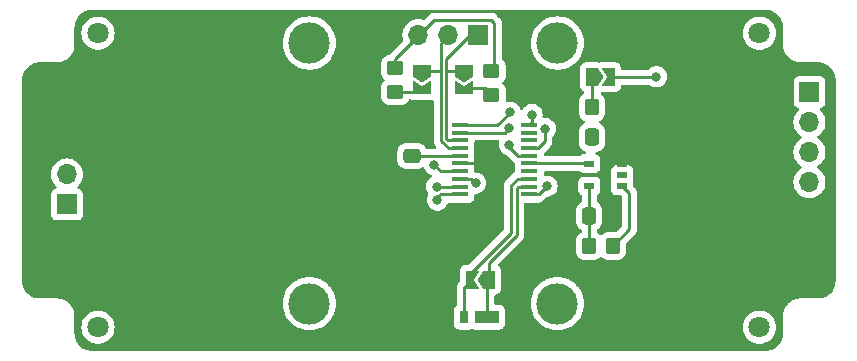
<source format=gbr>
%TF.GenerationSoftware,KiCad,Pcbnew,7.0.6*%
%TF.CreationDate,2024-01-24T15:29:16+09:00*%
%TF.ProjectId,EVO2_ICS_CARD,45564f32-5f49-4435-935f-434152442e6b,rev?*%
%TF.SameCoordinates,Original*%
%TF.FileFunction,Copper,L2,Bot*%
%TF.FilePolarity,Positive*%
%FSLAX46Y46*%
G04 Gerber Fmt 4.6, Leading zero omitted, Abs format (unit mm)*
G04 Created by KiCad (PCBNEW 7.0.6) date 2024-01-24 15:29:16*
%MOMM*%
%LPD*%
G01*
G04 APERTURE LIST*
G04 Aperture macros list*
%AMRoundRect*
0 Rectangle with rounded corners*
0 $1 Rounding radius*
0 $2 $3 $4 $5 $6 $7 $8 $9 X,Y pos of 4 corners*
0 Add a 4 corners polygon primitive as box body*
4,1,4,$2,$3,$4,$5,$6,$7,$8,$9,$2,$3,0*
0 Add four circle primitives for the rounded corners*
1,1,$1+$1,$2,$3*
1,1,$1+$1,$4,$5*
1,1,$1+$1,$6,$7*
1,1,$1+$1,$8,$9*
0 Add four rect primitives between the rounded corners*
20,1,$1+$1,$2,$3,$4,$5,0*
20,1,$1+$1,$4,$5,$6,$7,0*
20,1,$1+$1,$6,$7,$8,$9,0*
20,1,$1+$1,$8,$9,$2,$3,0*%
%AMFreePoly0*
4,1,6,1.000000,0.000000,0.500000,-0.750000,-0.500000,-0.750000,-0.500000,0.750000,0.500000,0.750000,1.000000,0.000000,1.000000,0.000000,$1*%
%AMFreePoly1*
4,1,6,0.500000,-0.750000,-0.650000,-0.750000,-0.150000,0.000000,-0.650000,0.750000,0.500000,0.750000,0.500000,-0.750000,0.500000,-0.750000,$1*%
G04 Aperture macros list end*
%TA.AperFunction,ComponentPad*%
%ADD10R,1.700000X1.700000*%
%TD*%
%TA.AperFunction,ComponentPad*%
%ADD11O,1.700000X1.700000*%
%TD*%
%TA.AperFunction,ComponentPad*%
%ADD12C,1.800000*%
%TD*%
%TA.AperFunction,ComponentPad*%
%ADD13C,3.500000*%
%TD*%
%TA.AperFunction,SMDPad,CuDef*%
%ADD14FreePoly0,180.000000*%
%TD*%
%TA.AperFunction,SMDPad,CuDef*%
%ADD15FreePoly1,180.000000*%
%TD*%
%TA.AperFunction,SMDPad,CuDef*%
%ADD16RoundRect,0.250000X-0.337500X-0.475000X0.337500X-0.475000X0.337500X0.475000X-0.337500X0.475000X0*%
%TD*%
%TA.AperFunction,SMDPad,CuDef*%
%ADD17FreePoly0,270.000000*%
%TD*%
%TA.AperFunction,SMDPad,CuDef*%
%ADD18FreePoly1,270.000000*%
%TD*%
%TA.AperFunction,SMDPad,CuDef*%
%ADD19RoundRect,0.250000X-0.450000X0.350000X-0.450000X-0.350000X0.450000X-0.350000X0.450000X0.350000X0*%
%TD*%
%TA.AperFunction,SMDPad,CuDef*%
%ADD20RoundRect,0.250000X-0.350000X-0.450000X0.350000X-0.450000X0.350000X0.450000X-0.350000X0.450000X0*%
%TD*%
%TA.AperFunction,SMDPad,CuDef*%
%ADD21R,0.900000X0.600000*%
%TD*%
%TA.AperFunction,SMDPad,CuDef*%
%ADD22R,1.475000X0.450000*%
%TD*%
%TA.AperFunction,SMDPad,CuDef*%
%ADD23FreePoly0,0.000000*%
%TD*%
%TA.AperFunction,SMDPad,CuDef*%
%ADD24FreePoly1,0.000000*%
%TD*%
%TA.AperFunction,SMDPad,CuDef*%
%ADD25RoundRect,0.250000X-0.475000X0.337500X-0.475000X-0.337500X0.475000X-0.337500X0.475000X0.337500X0*%
%TD*%
%TA.AperFunction,SMDPad,CuDef*%
%ADD26R,2.000000X1.100000*%
%TD*%
%TA.AperFunction,SMDPad,CuDef*%
%ADD27R,0.800000X1.100000*%
%TD*%
%TA.AperFunction,ViaPad*%
%ADD28C,0.800000*%
%TD*%
%TA.AperFunction,Conductor*%
%ADD29C,0.250000*%
%TD*%
G04 APERTURE END LIST*
D10*
%TO.P,ICS,1,Pin_1*%
%TO.N,/RX*%
X22225000Y-34910000D03*
D11*
%TO.P,ICS,2,Pin_2*%
%TO.N,Net-(J1-Pin_2)*%
X22225000Y-32370000D03*
%TO.P,ICS,3,Pin_3*%
%TO.N,GND*%
X22225000Y-29830000D03*
%TD*%
D12*
%TO.P,REF\u002A\u002A,1*%
%TO.N,N/C*%
X80860000Y-20410000D03*
%TD*%
%TO.P,REF\u002A\u002A,1*%
%TO.N,N/C*%
X80860000Y-45310000D03*
%TD*%
D10*
%TO.P,SWD,1,Pin_1*%
%TO.N,/SWCLK*%
X85090000Y-25400000D03*
D11*
%TO.P,SWD,2,Pin_2*%
%TO.N,/SWDIO*%
X85090000Y-27940000D03*
%TO.P,SWD,3,Pin_3*%
%TO.N,/NRST*%
X85090000Y-30480000D03*
%TO.P,SWD,4,Pin_4*%
%TO.N,+3.3V*%
X85090000Y-33020000D03*
%TO.P,SWD,5,Pin_5*%
%TO.N,GND*%
X85090000Y-35560000D03*
%TD*%
D12*
%TO.P,REF\u002A\u002A,1*%
%TO.N,N/C*%
X24860000Y-45310000D03*
%TD*%
D13*
%TO.P,DISP,*%
%TO.N,*%
X63754000Y-21244000D03*
X42754000Y-21244000D03*
X63754000Y-43304000D03*
X42754000Y-43304000D03*
D11*
%TO.P,DISP,1,Pin_1*%
%TO.N,GND*%
X49444000Y-20574000D03*
%TO.P,DISP,2,Pin_2*%
%TO.N,+3.3V*%
X51984000Y-20574000D03*
%TO.P,DISP,3,Pin_3*%
%TO.N,/SCL*%
X54524000Y-20574000D03*
D10*
%TO.P,DISP,4,Pin_4*%
%TO.N,/SDA*%
X57064000Y-20574000D03*
%TD*%
D12*
%TO.P,REF\u002A\u002A,1*%
%TO.N,N/C*%
X24860000Y-20410000D03*
%TD*%
D14*
%TO.P,JP3,1,A*%
%TO.N,/RX*%
X57965000Y-41275000D03*
D15*
%TO.P,JP3,2,B*%
%TO.N,/TX*%
X56515000Y-41275000D03*
%TD*%
D16*
%TO.P,C4,1*%
%TO.N,+3.3V*%
X66438000Y-35885000D03*
%TO.P,C4,2*%
%TO.N,GND*%
X68513000Y-35885000D03*
%TD*%
D17*
%TO.P,JP1,1,A*%
%TO.N,/SCL*%
X52324000Y-23622000D03*
D18*
%TO.P,JP1,2,B*%
%TO.N,Net-(JP1-B)*%
X52324000Y-25072000D03*
%TD*%
D19*
%TO.P,R3,1*%
%TO.N,+3.3V*%
X58166000Y-23622000D03*
%TO.P,R3,2*%
%TO.N,Net-(JP2-B)*%
X58166000Y-25622000D03*
%TD*%
D20*
%TO.P,R4,1*%
%TO.N,Net-(IC2-PB9-BOOT0)*%
X66675000Y-26670000D03*
%TO.P,R4,2*%
%TO.N,GND*%
X68675000Y-26670000D03*
%TD*%
D21*
%TO.P,IC3,1,GND*%
%TO.N,GND*%
X69238000Y-31445000D03*
%TO.P,IC3,2,NC*%
%TO.N,unconnected-(IC3-NC-Pad2)*%
X69238000Y-32395000D03*
%TO.P,IC3,3,OE/~{ST}/NC*%
%TO.N,Net-(IC3-OE{slash}~{ST}{slash}NC)*%
X69238000Y-33345000D03*
%TO.P,IC3,4,VDD*%
%TO.N,+3.3V*%
X66438000Y-33345000D03*
%TO.P,IC3,5,OUT*%
%TO.N,/CLK*%
X66438000Y-31445000D03*
%TD*%
D19*
%TO.P,R2,1*%
%TO.N,+3.3V*%
X50038000Y-23368000D03*
%TO.P,R2,2*%
%TO.N,Net-(JP1-B)*%
X50038000Y-25368000D03*
%TD*%
D22*
%TO.P,IC2,1,PB9-BOOT0*%
%TO.N,Net-(IC2-PB9-BOOT0)*%
X61358000Y-28190000D03*
%TO.P,IC2,2,PC14-OSC32_IN*%
%TO.N,unconnected-(IC2-PC14-OSC32_IN-Pad2)*%
X61358000Y-28840000D03*
%TO.P,IC2,3,PC15-OSC32_OUT*%
%TO.N,unconnected-(IC2-PC15-OSC32_OUT-Pad3)*%
X61358000Y-29490000D03*
%TO.P,IC2,4,NRST*%
%TO.N,/NRST*%
X61358000Y-30140000D03*
%TO.P,IC2,5,VDDA*%
%TO.N,+3.3V*%
X61358000Y-30790000D03*
%TO.P,IC2,6,PA0-CK_IN*%
%TO.N,/CLK*%
X61358000Y-31440000D03*
%TO.P,IC2,7,PA1*%
%TO.N,unconnected-(IC2-PA1-Pad7)*%
X61358000Y-32090000D03*
%TO.P,IC2,8,PA2*%
%TO.N,/TX*%
X61358000Y-32740000D03*
%TO.P,IC2,9,PA3*%
%TO.N,/RX*%
X61358000Y-33390000D03*
%TO.P,IC2,10,PA4*%
%TO.N,/SW_UP*%
X61358000Y-34040000D03*
%TO.P,IC2,11,PA5*%
%TO.N,/SW_DOWN*%
X55482000Y-34040000D03*
%TO.P,IC2,12,PA6*%
%TO.N,/SW_LEFT*%
X55482000Y-33390000D03*
%TO.P,IC2,13,PA7*%
%TO.N,/SW_RIGHT*%
X55482000Y-32740000D03*
%TO.P,IC2,14,PB1*%
%TO.N,/SW_PUSH*%
X55482000Y-32090000D03*
%TO.P,IC2,15,VSS*%
%TO.N,GND*%
X55482000Y-31440000D03*
%TO.P,IC2,16,VDD*%
%TO.N,+3.3V*%
X55482000Y-30790000D03*
%TO.P,IC2,17,PA9*%
%TO.N,/SCL*%
X55482000Y-30140000D03*
%TO.P,IC2,18,PA10*%
%TO.N,/SDA*%
X55482000Y-29490000D03*
%TO.P,IC2,19,PA13*%
%TO.N,/SWDIO*%
X55482000Y-28840000D03*
%TO.P,IC2,20,PA14*%
%TO.N,/SWCLK*%
X55482000Y-28190000D03*
%TD*%
D23*
%TO.P,JP4,1,A*%
%TO.N,Net-(IC2-PB9-BOOT0)*%
X66675000Y-24130000D03*
D24*
%TO.P,JP4,2,B*%
%TO.N,+3.3V*%
X68125000Y-24130000D03*
%TD*%
D16*
%TO.P,C3,1*%
%TO.N,+3.3V*%
X66675000Y-29210000D03*
%TO.P,C3,2*%
%TO.N,GND*%
X68750000Y-29210000D03*
%TD*%
D25*
%TO.P,C5,1*%
%TO.N,+3.3V*%
X51435000Y-30805000D03*
%TO.P,C5,2*%
%TO.N,GND*%
X51435000Y-32880000D03*
%TD*%
D17*
%TO.P,JP2,1,A*%
%TO.N,/SDA*%
X55880000Y-23622000D03*
D18*
%TO.P,JP2,2,B*%
%TO.N,Net-(JP2-B)*%
X55880000Y-25072000D03*
%TD*%
D20*
%TO.P,R6,1*%
%TO.N,+3.3V*%
X66438000Y-38425000D03*
%TO.P,R6,2*%
%TO.N,Net-(IC3-OE{slash}~{ST}{slash}NC)*%
X68438000Y-38425000D03*
%TD*%
D26*
%TO.P,D1,1,K*%
%TO.N,/RX*%
X57780000Y-44450000D03*
D27*
%TO.P,D1,2,A*%
%TO.N,/TX*%
X55880000Y-44450000D03*
%TD*%
D28*
%TO.N,GND*%
X68513000Y-35885000D03*
X26670000Y-30480000D03*
X35560000Y-40640000D03*
X19685000Y-38100000D03*
X51435000Y-32880000D03*
X77470000Y-19685000D03*
X49276000Y-38354000D03*
X71120000Y-37465000D03*
X29845000Y-30480000D03*
X28575000Y-41275000D03*
X22225000Y-25400000D03*
X28575000Y-26575000D03*
X24765000Y-38735000D03*
X42418000Y-26670000D03*
X40640000Y-33782000D03*
X86360000Y-40640000D03*
X36195000Y-36195000D03*
X67945000Y-19685000D03*
X60960000Y-44450000D03*
X54102000Y-44196000D03*
X57150000Y-38100000D03*
X48260000Y-29464000D03*
X39370000Y-44450000D03*
X66040000Y-46355000D03*
X24130000Y-43180000D03*
X46228000Y-33020000D03*
X27305000Y-46355000D03*
X31580000Y-29210000D03*
X31115000Y-43815000D03*
X29845000Y-37465000D03*
X46990000Y-27305000D03*
X60325000Y-40640000D03*
X34544000Y-21590000D03*
X61595000Y-38100000D03*
X37846000Y-29972000D03*
X76200000Y-46355000D03*
X33782000Y-25654000D03*
X82550000Y-36195000D03*
X28575000Y-21590000D03*
X60960000Y-24130000D03*
X33655000Y-39370000D03*
X42926000Y-38608000D03*
X26035000Y-24575000D03*
X19685000Y-27305000D03*
X78740000Y-26035000D03*
X82550000Y-30480000D03*
X76200000Y-40005000D03*
X68580000Y-40005000D03*
X49530000Y-44450000D03*
X64770000Y-38100000D03*
X75565000Y-24130000D03*
X74422000Y-32766000D03*
X78092907Y-35942907D03*
%TO.N,+3.3V*%
X59690000Y-29845000D03*
X66438000Y-38425000D03*
X72136837Y-24094735D03*
X51435000Y-30805000D03*
X66675000Y-29210000D03*
%TO.N,/RX*%
X57780000Y-44450000D03*
%TO.N,Net-(IC2-PB9-BOOT0)*%
X61595000Y-27305000D03*
X66675000Y-26670000D03*
%TO.N,/NRST*%
X62708516Y-28485500D03*
%TO.N,/SW_UP*%
X62865000Y-33361290D03*
%TO.N,/SW_DOWN*%
X53594000Y-34535790D03*
%TO.N,/SW_LEFT*%
X53521696Y-33400304D03*
%TO.N,/SW_RIGHT*%
X56816405Y-33109266D03*
%TO.N,/SW_PUSH*%
X53340000Y-31529500D03*
%TO.N,/SWDIO*%
X59690000Y-28448000D03*
%TO.N,/SWCLK*%
X59739042Y-27111054D03*
%TD*%
D29*
%TO.N,GND*%
X55482000Y-31440000D02*
X56825000Y-31440000D01*
X56825000Y-31440000D02*
X57150000Y-31115000D01*
%TO.N,+3.3V*%
X54315000Y-30790000D02*
X55482000Y-30790000D01*
X58166000Y-23622000D02*
X58420000Y-23368000D01*
X58166000Y-19304000D02*
X53340000Y-19304000D01*
X53340000Y-19304000D02*
X50038000Y-22606000D01*
X60395500Y-30790000D02*
X61358000Y-30790000D01*
X59690000Y-30084500D02*
X60395500Y-30790000D01*
X66438000Y-33345000D02*
X66438000Y-35885000D01*
X51435000Y-30805000D02*
X54300000Y-30805000D01*
X58420000Y-19558000D02*
X58166000Y-19304000D01*
X58420000Y-23368000D02*
X58420000Y-19558000D01*
X66438000Y-38425000D02*
X66438000Y-35885000D01*
X54300000Y-30805000D02*
X54315000Y-30790000D01*
X50038000Y-22606000D02*
X50038000Y-23368000D01*
X72136837Y-24094735D02*
X72101572Y-24130000D01*
X72101572Y-24130000D02*
X68125000Y-24130000D01*
X59690000Y-29845000D02*
X59690000Y-30084500D01*
%TO.N,/RX*%
X60395500Y-33390000D02*
X60295500Y-33490000D01*
X60295500Y-33490000D02*
X60295500Y-37495896D01*
X61358000Y-33390000D02*
X60395500Y-33390000D01*
X57965000Y-39826396D02*
X57965000Y-41275000D01*
X57780000Y-41460000D02*
X57780000Y-44450000D01*
X60295500Y-37495896D02*
X57965000Y-39826396D01*
%TO.N,/TX*%
X56515000Y-41275000D02*
X55880000Y-41910000D01*
X56515000Y-40640000D02*
X56515000Y-41275000D01*
X59845500Y-37309500D02*
X56515000Y-40640000D01*
X60409104Y-32740000D02*
X59845500Y-33303604D01*
X61358000Y-32740000D02*
X60409104Y-32740000D01*
X55880000Y-41910000D02*
X55880000Y-44450000D01*
X59845500Y-33303604D02*
X59845500Y-37309500D01*
%TO.N,Net-(IC2-PB9-BOOT0)*%
X61595000Y-27953000D02*
X61358000Y-28190000D01*
X61595000Y-27305000D02*
X61595000Y-27953000D01*
X66675000Y-26670000D02*
X66675000Y-24130000D01*
%TO.N,/NRST*%
X62130000Y-30140000D02*
X61358000Y-30140000D01*
X62708516Y-28485500D02*
X62708516Y-29561484D01*
X62708516Y-29561484D02*
X62130000Y-30140000D01*
%TO.N,/CLK*%
X61358000Y-31440000D02*
X66433000Y-31440000D01*
%TO.N,/SW_UP*%
X62865000Y-33361290D02*
X62186290Y-34040000D01*
X62186290Y-34040000D02*
X61358000Y-34040000D01*
%TO.N,/SW_DOWN*%
X53594000Y-34307829D02*
X53861829Y-34040000D01*
X53861829Y-34040000D02*
X55482000Y-34040000D01*
X53594000Y-34535790D02*
X53594000Y-34307829D01*
%TO.N,/SW_LEFT*%
X53978300Y-33400304D02*
X53988604Y-33390000D01*
X53521696Y-33400304D02*
X53978300Y-33400304D01*
X53988604Y-33390000D02*
X55482000Y-33390000D01*
%TO.N,/SW_RIGHT*%
X56813766Y-33109266D02*
X56444500Y-32740000D01*
X56816405Y-33109266D02*
X56813766Y-33109266D01*
X56444500Y-32740000D02*
X55482000Y-32740000D01*
%TO.N,/SW_PUSH*%
X53340000Y-31529500D02*
X53900500Y-32090000D01*
X53900500Y-32090000D02*
X55482000Y-32090000D01*
%TO.N,/SCL*%
X53906000Y-29512896D02*
X53906000Y-27686000D01*
X55482000Y-30140000D02*
X54533104Y-30140000D01*
X53906000Y-21278000D02*
X54610000Y-20574000D01*
X54533104Y-30140000D02*
X53906000Y-29512896D01*
X52324000Y-23622000D02*
X53906000Y-23622000D01*
X53906000Y-27686000D02*
X53906000Y-23622000D01*
X53906000Y-23622000D02*
X53906000Y-21278000D01*
%TO.N,/SDA*%
X54519500Y-29490000D02*
X54356000Y-29326500D01*
X56388000Y-20574000D02*
X57150000Y-20574000D01*
X55482000Y-29490000D02*
X54519500Y-29490000D01*
X54356000Y-22606000D02*
X56388000Y-20574000D01*
X55880000Y-23622000D02*
X54356000Y-23622000D01*
X54356000Y-29326500D02*
X54356000Y-23622000D01*
X54356000Y-23622000D02*
X54356000Y-22606000D01*
%TO.N,/SWDIO*%
X59298000Y-28840000D02*
X55482000Y-28840000D01*
X59690000Y-28448000D02*
X59298000Y-28840000D01*
%TO.N,/SWCLK*%
X59739042Y-27111054D02*
X59739042Y-27128958D01*
X58674000Y-28194000D02*
X55486000Y-28194000D01*
X59739042Y-27128958D02*
X58674000Y-28194000D01*
X55486000Y-28194000D02*
X55482000Y-28190000D01*
%TO.N,Net-(IC3-OE{slash}~{ST}{slash}NC)*%
X69850000Y-33957000D02*
X69238000Y-33345000D01*
X69850000Y-37013000D02*
X69850000Y-33957000D01*
X68438000Y-38425000D02*
X69850000Y-37013000D01*
%TO.N,Net-(JP1-B)*%
X50038000Y-25368000D02*
X52028000Y-25368000D01*
X52028000Y-25368000D02*
X52324000Y-25072000D01*
%TO.N,Net-(JP2-B)*%
X57616000Y-25072000D02*
X58166000Y-25622000D01*
X55880000Y-25072000D02*
X57616000Y-25072000D01*
%TD*%
%TA.AperFunction,Conductor*%
%TO.N,GND*%
G36*
X81362207Y-18410657D02*
G01*
X81429755Y-18415489D01*
X81576644Y-18427049D01*
X81584947Y-18428274D01*
X81679760Y-18448899D01*
X81796225Y-18476860D01*
X81803401Y-18479051D01*
X81899737Y-18514983D01*
X81977922Y-18547368D01*
X82005856Y-18558939D01*
X82011847Y-18561805D01*
X82102937Y-18611543D01*
X82105580Y-18613073D01*
X82200903Y-18671488D01*
X82205643Y-18674705D01*
X82289440Y-18737435D01*
X82292520Y-18739898D01*
X82369716Y-18805830D01*
X82376937Y-18811997D01*
X82380513Y-18815303D01*
X82454695Y-18889485D01*
X82458001Y-18893061D01*
X82530094Y-18977471D01*
X82532570Y-18980567D01*
X82577232Y-19040228D01*
X82595289Y-19064349D01*
X82598517Y-19069106D01*
X82633635Y-19126412D01*
X82656910Y-19164393D01*
X82658463Y-19167076D01*
X82708193Y-19258151D01*
X82711059Y-19264141D01*
X82755016Y-19370260D01*
X82790942Y-19466582D01*
X82793140Y-19473781D01*
X82821098Y-19590231D01*
X82841723Y-19685044D01*
X82842950Y-19693367D01*
X82854517Y-19840331D01*
X82859342Y-19907789D01*
X82859500Y-19912213D01*
X82859500Y-21315082D01*
X82857105Y-21323236D01*
X82859309Y-21351235D01*
X82859500Y-21356102D01*
X82859500Y-21467319D01*
X82874071Y-21568665D01*
X82873380Y-21573467D01*
X82876151Y-21585009D01*
X82877232Y-21590657D01*
X82878980Y-21602803D01*
X82879420Y-21606767D01*
X82884390Y-21669908D01*
X82892054Y-21686610D01*
X82923758Y-21794583D01*
X82923758Y-21800215D01*
X82928168Y-21810862D01*
X82930378Y-21817126D01*
X82938168Y-21843658D01*
X82938966Y-21846651D01*
X82949041Y-21888614D01*
X82958447Y-21903079D01*
X83006060Y-22007337D01*
X83007038Y-22014139D01*
X83013424Y-22024561D01*
X83016961Y-22031205D01*
X83039894Y-22081422D01*
X83042463Y-22086791D01*
X83045915Y-22095126D01*
X83056494Y-22107115D01*
X83118982Y-22204349D01*
X83121281Y-22212180D01*
X83129586Y-22221904D01*
X83134601Y-22228653D01*
X83155719Y-22261513D01*
X83155729Y-22261525D01*
X83158979Y-22265275D01*
X83170994Y-22281689D01*
X83172873Y-22284755D01*
X83184015Y-22294169D01*
X83259962Y-22381817D01*
X83263863Y-22390359D01*
X83270250Y-22395814D01*
X83283434Y-22408904D01*
X83296276Y-22423725D01*
X83296277Y-22423726D01*
X83311096Y-22436567D01*
X83324183Y-22449747D01*
X83327103Y-22453165D01*
X83338181Y-22460036D01*
X83425829Y-22535983D01*
X83431526Y-22544848D01*
X83438311Y-22549006D01*
X83454717Y-22561015D01*
X83458482Y-22564277D01*
X83458487Y-22564281D01*
X83487057Y-22582641D01*
X83491341Y-22585395D01*
X83498096Y-22590413D01*
X83505222Y-22596500D01*
X83515646Y-22601014D01*
X83612884Y-22663505D01*
X83620469Y-22672258D01*
X83633210Y-22677536D01*
X83638631Y-22680130D01*
X83688795Y-22703039D01*
X83695440Y-22706576D01*
X83703393Y-22711449D01*
X83712661Y-22713938D01*
X83816919Y-22761551D01*
X83826392Y-22769759D01*
X83873341Y-22781031D01*
X83876303Y-22781820D01*
X83900908Y-22789045D01*
X83902880Y-22789624D01*
X83909143Y-22791833D01*
X83917579Y-22795327D01*
X83925409Y-22796239D01*
X84033383Y-22827943D01*
X84044644Y-22835180D01*
X84113222Y-22840578D01*
X84117170Y-22841016D01*
X84121800Y-22841681D01*
X84129348Y-22842768D01*
X84134998Y-22843850D01*
X84144521Y-22846136D01*
X84151332Y-22845928D01*
X84252682Y-22860500D01*
X84359901Y-22860500D01*
X84363910Y-22860500D01*
X84368777Y-22860691D01*
X84393121Y-22862606D01*
X84404917Y-22860500D01*
X85807787Y-22860500D01*
X85812207Y-22860657D01*
X85879755Y-22865489D01*
X86026644Y-22877049D01*
X86034947Y-22878274D01*
X86129760Y-22898899D01*
X86246225Y-22926860D01*
X86253401Y-22929051D01*
X86349737Y-22964983D01*
X86427922Y-22997368D01*
X86455856Y-23008939D01*
X86461847Y-23011805D01*
X86552937Y-23061543D01*
X86555580Y-23063073D01*
X86650903Y-23121488D01*
X86655643Y-23124705D01*
X86739440Y-23187435D01*
X86742520Y-23189898D01*
X86793677Y-23233590D01*
X86826937Y-23261997D01*
X86830513Y-23265303D01*
X86904695Y-23339485D01*
X86908001Y-23343061D01*
X86980094Y-23427471D01*
X86982570Y-23430567D01*
X87003471Y-23458487D01*
X87045289Y-23514349D01*
X87048521Y-23519111D01*
X87106910Y-23614393D01*
X87108463Y-23617076D01*
X87158193Y-23708151D01*
X87161059Y-23714141D01*
X87205016Y-23820260D01*
X87240942Y-23916582D01*
X87243140Y-23923781D01*
X87271098Y-24040231D01*
X87291723Y-24135044D01*
X87292950Y-24143367D01*
X87304517Y-24290331D01*
X87309342Y-24357789D01*
X87309500Y-24362213D01*
X87309500Y-41357786D01*
X87309342Y-41362210D01*
X87304517Y-41429668D01*
X87292950Y-41576632D01*
X87291723Y-41584955D01*
X87271101Y-41679755D01*
X87243140Y-41796217D01*
X87240942Y-41803416D01*
X87205016Y-41899739D01*
X87161059Y-42005857D01*
X87158193Y-42011847D01*
X87108463Y-42102922D01*
X87106910Y-42105605D01*
X87048521Y-42200887D01*
X87045289Y-42205649D01*
X86982576Y-42289424D01*
X86980087Y-42292536D01*
X86908001Y-42376937D01*
X86904695Y-42380513D01*
X86830513Y-42454695D01*
X86826937Y-42458001D01*
X86742536Y-42530087D01*
X86739424Y-42532576D01*
X86655649Y-42595289D01*
X86650887Y-42598521D01*
X86555605Y-42656910D01*
X86552922Y-42658463D01*
X86461847Y-42708193D01*
X86455857Y-42711059D01*
X86349739Y-42755016D01*
X86253416Y-42790942D01*
X86246217Y-42793140D01*
X86129755Y-42821101D01*
X86034955Y-42841723D01*
X86026632Y-42842950D01*
X85879668Y-42854517D01*
X85839473Y-42857392D01*
X85812208Y-42859342D01*
X85807786Y-42859500D01*
X84404916Y-42859500D01*
X84396761Y-42857105D01*
X84368763Y-42859309D01*
X84363896Y-42859500D01*
X84252680Y-42859500D01*
X84151333Y-42874071D01*
X84146528Y-42873380D01*
X84134981Y-42876152D01*
X84129329Y-42877234D01*
X84117200Y-42878978D01*
X84113241Y-42879418D01*
X84050098Y-42884388D01*
X84033391Y-42892054D01*
X83950558Y-42916376D01*
X83933995Y-42921240D01*
X83925416Y-42923759D01*
X83919785Y-42923759D01*
X83909140Y-42928168D01*
X83902876Y-42930377D01*
X83876357Y-42938163D01*
X83873365Y-42938961D01*
X83831389Y-42949039D01*
X83816920Y-42958447D01*
X83712662Y-43006060D01*
X83705857Y-43007038D01*
X83695431Y-43013427D01*
X83688789Y-43016962D01*
X83638617Y-43039875D01*
X83633181Y-43042473D01*
X83624879Y-43045911D01*
X83612885Y-43056493D01*
X83515649Y-43118983D01*
X83507815Y-43121283D01*
X83498089Y-43129590D01*
X83491338Y-43134606D01*
X83458485Y-43155719D01*
X83458481Y-43155723D01*
X83454725Y-43158978D01*
X83438317Y-43170989D01*
X83435247Y-43172870D01*
X83425831Y-43184015D01*
X83338182Y-43259963D01*
X83329635Y-43263866D01*
X83324174Y-43270260D01*
X83311092Y-43283436D01*
X83296275Y-43296275D01*
X83283436Y-43311092D01*
X83270260Y-43324174D01*
X83266838Y-43327096D01*
X83259963Y-43338182D01*
X83184015Y-43425831D01*
X83175148Y-43431528D01*
X83170989Y-43438317D01*
X83158978Y-43454725D01*
X83155723Y-43458481D01*
X83155719Y-43458485D01*
X83134606Y-43491338D01*
X83129590Y-43498089D01*
X83123500Y-43505219D01*
X83118983Y-43515649D01*
X83056493Y-43612885D01*
X83047738Y-43620471D01*
X83042473Y-43633181D01*
X83039875Y-43638617D01*
X83016962Y-43688789D01*
X83013427Y-43695431D01*
X83008552Y-43703386D01*
X83006061Y-43712662D01*
X82958448Y-43816922D01*
X82950237Y-43826397D01*
X82938961Y-43873366D01*
X82938163Y-43876359D01*
X82930377Y-43902877D01*
X82928167Y-43909140D01*
X82924672Y-43917578D01*
X82923759Y-43925416D01*
X82892054Y-44033391D01*
X82884817Y-44044650D01*
X82879420Y-44113232D01*
X82878980Y-44117189D01*
X82877232Y-44129349D01*
X82876150Y-44135003D01*
X82873866Y-44144516D01*
X82874073Y-44151321D01*
X82859500Y-44252680D01*
X82859500Y-44363914D01*
X82859309Y-44368780D01*
X82857392Y-44393127D01*
X82859500Y-44404924D01*
X82859500Y-45807786D01*
X82859342Y-45812210D01*
X82854517Y-45879668D01*
X82842950Y-46026632D01*
X82841723Y-46034955D01*
X82821101Y-46129755D01*
X82793140Y-46246217D01*
X82790942Y-46253416D01*
X82755016Y-46349739D01*
X82711059Y-46455857D01*
X82708193Y-46461847D01*
X82658463Y-46552922D01*
X82656910Y-46555605D01*
X82598521Y-46650887D01*
X82595289Y-46655649D01*
X82532576Y-46739424D01*
X82530087Y-46742536D01*
X82458001Y-46826937D01*
X82454695Y-46830513D01*
X82380513Y-46904695D01*
X82376937Y-46908001D01*
X82292536Y-46980087D01*
X82289424Y-46982576D01*
X82205649Y-47045289D01*
X82200887Y-47048521D01*
X82105605Y-47106910D01*
X82102922Y-47108463D01*
X82011847Y-47158193D01*
X82005857Y-47161059D01*
X81899739Y-47205016D01*
X81803416Y-47240942D01*
X81796217Y-47243140D01*
X81679755Y-47271101D01*
X81584955Y-47291723D01*
X81576632Y-47292950D01*
X81429668Y-47304517D01*
X81381555Y-47307958D01*
X81362208Y-47309342D01*
X81357786Y-47309500D01*
X24362214Y-47309500D01*
X24357791Y-47309342D01*
X24329525Y-47307320D01*
X24290331Y-47304517D01*
X24143366Y-47292950D01*
X24135043Y-47291723D01*
X24040244Y-47271101D01*
X23923781Y-47243140D01*
X23916582Y-47240942D01*
X23820260Y-47205016D01*
X23714141Y-47161059D01*
X23708151Y-47158193D01*
X23617076Y-47108463D01*
X23614393Y-47106910D01*
X23519106Y-47048517D01*
X23514349Y-47045289D01*
X23430574Y-46982576D01*
X23427471Y-46980094D01*
X23343061Y-46908001D01*
X23339485Y-46904695D01*
X23265303Y-46830513D01*
X23261997Y-46826937D01*
X23189898Y-46742520D01*
X23187435Y-46739440D01*
X23124705Y-46655643D01*
X23121488Y-46650903D01*
X23063073Y-46555580D01*
X23061535Y-46552922D01*
X23011805Y-46461847D01*
X23008939Y-46455856D01*
X22997368Y-46427922D01*
X22964983Y-46349737D01*
X22929051Y-46253401D01*
X22926860Y-46246225D01*
X22898899Y-46129760D01*
X22878274Y-46034947D01*
X22877049Y-46026644D01*
X22865489Y-45879755D01*
X22860657Y-45812207D01*
X22860500Y-45807787D01*
X22860500Y-45310006D01*
X23454700Y-45310006D01*
X23473864Y-45541297D01*
X23473866Y-45541308D01*
X23530842Y-45766300D01*
X23624075Y-45978848D01*
X23751016Y-46173147D01*
X23751019Y-46173151D01*
X23751021Y-46173153D01*
X23908216Y-46343913D01*
X23908219Y-46343915D01*
X23908222Y-46343918D01*
X24091365Y-46486464D01*
X24091371Y-46486468D01*
X24091374Y-46486470D01*
X24295497Y-46596936D01*
X24364693Y-46620691D01*
X24515015Y-46672297D01*
X24515017Y-46672297D01*
X24515019Y-46672298D01*
X24743951Y-46710500D01*
X24743952Y-46710500D01*
X24976048Y-46710500D01*
X24976049Y-46710500D01*
X25204981Y-46672298D01*
X25424503Y-46596936D01*
X25628626Y-46486470D01*
X25811784Y-46343913D01*
X25968979Y-46173153D01*
X26095924Y-45978849D01*
X26189157Y-45766300D01*
X26246134Y-45541305D01*
X26246135Y-45541297D01*
X26265300Y-45310006D01*
X26265300Y-45309993D01*
X26246135Y-45078702D01*
X26246133Y-45078691D01*
X26189157Y-44853699D01*
X26095924Y-44641151D01*
X25968983Y-44446852D01*
X25968980Y-44446849D01*
X25968979Y-44446847D01*
X25811784Y-44276087D01*
X25811779Y-44276083D01*
X25811777Y-44276081D01*
X25628634Y-44133535D01*
X25628628Y-44133531D01*
X25424504Y-44023064D01*
X25424495Y-44023061D01*
X25204984Y-43947702D01*
X25024458Y-43917578D01*
X24976049Y-43909500D01*
X24743951Y-43909500D01*
X24698164Y-43917140D01*
X24515015Y-43947702D01*
X24295504Y-44023061D01*
X24295495Y-44023064D01*
X24091371Y-44133531D01*
X24091365Y-44133535D01*
X23908222Y-44276081D01*
X23908219Y-44276084D01*
X23751016Y-44446852D01*
X23624075Y-44641151D01*
X23530842Y-44853699D01*
X23473866Y-45078691D01*
X23473864Y-45078702D01*
X23454700Y-45309993D01*
X23454700Y-45310006D01*
X22860500Y-45310006D01*
X22860500Y-44404917D01*
X22862893Y-44396764D01*
X22860691Y-44368775D01*
X22860500Y-44363909D01*
X22860500Y-44252683D01*
X22848192Y-44167080D01*
X22845926Y-44151319D01*
X22846616Y-44146520D01*
X22843850Y-44134998D01*
X22842768Y-44129349D01*
X22841867Y-44123087D01*
X22841015Y-44117166D01*
X22840578Y-44113223D01*
X22835609Y-44050089D01*
X22827943Y-44033383D01*
X22824912Y-44023061D01*
X22796240Y-43925412D01*
X22796240Y-43919782D01*
X22791833Y-43909143D01*
X22789624Y-43902880D01*
X22785171Y-43887716D01*
X22781820Y-43876303D01*
X22781031Y-43873341D01*
X22770958Y-43831385D01*
X22761550Y-43816918D01*
X22713938Y-43712661D01*
X22712959Y-43705857D01*
X22706576Y-43695440D01*
X22703039Y-43688795D01*
X22680130Y-43638631D01*
X22677536Y-43633210D01*
X22674084Y-43624876D01*
X22663506Y-43612885D01*
X22601015Y-43515647D01*
X22598716Y-43507817D01*
X22590413Y-43498096D01*
X22585395Y-43491341D01*
X22582641Y-43487057D01*
X22564281Y-43458487D01*
X22564276Y-43458481D01*
X22561015Y-43454717D01*
X22549006Y-43438311D01*
X22547127Y-43435245D01*
X22535983Y-43425829D01*
X22460036Y-43338181D01*
X22456134Y-43329638D01*
X22449747Y-43324183D01*
X22436567Y-43311096D01*
X22430424Y-43304007D01*
X40498671Y-43304007D01*
X40517964Y-43598363D01*
X40517965Y-43598373D01*
X40517966Y-43598380D01*
X40572663Y-43873366D01*
X40575518Y-43887716D01*
X40575521Y-43887730D01*
X40670349Y-44167080D01*
X40800825Y-44431660D01*
X40800829Y-44431667D01*
X40964725Y-44676955D01*
X41159241Y-44898758D01*
X41381044Y-45093274D01*
X41604119Y-45242328D01*
X41626335Y-45257172D01*
X41890923Y-45387652D01*
X42170278Y-45482481D01*
X42459620Y-45540034D01*
X42479057Y-45541308D01*
X42753993Y-45559329D01*
X42754000Y-45559329D01*
X42754007Y-45559329D01*
X42989675Y-45543881D01*
X43048380Y-45540034D01*
X43337722Y-45482481D01*
X43617077Y-45387652D01*
X43881665Y-45257172D01*
X44126957Y-45093273D01*
X44348758Y-44898758D01*
X44543273Y-44676957D01*
X44707172Y-44431665D01*
X44837652Y-44167077D01*
X44932481Y-43887722D01*
X44990034Y-43598380D01*
X44999203Y-43458487D01*
X45009329Y-43304007D01*
X45009329Y-43303992D01*
X44990515Y-43016961D01*
X44990034Y-43009620D01*
X44932481Y-42720278D01*
X44837652Y-42440923D01*
X44707172Y-42176336D01*
X44701239Y-42167457D01*
X44606053Y-42025000D01*
X44543273Y-41931043D01*
X44500655Y-41882447D01*
X44348758Y-41709241D01*
X44126955Y-41514725D01*
X43881667Y-41350829D01*
X43881660Y-41350825D01*
X43617080Y-41220349D01*
X43337730Y-41125521D01*
X43337724Y-41125519D01*
X43337722Y-41125519D01*
X43048380Y-41067966D01*
X43048373Y-41067965D01*
X43048363Y-41067964D01*
X42754007Y-41048671D01*
X42753993Y-41048671D01*
X42459636Y-41067964D01*
X42459624Y-41067965D01*
X42459620Y-41067966D01*
X42459612Y-41067967D01*
X42459609Y-41067968D01*
X42170283Y-41125518D01*
X42170269Y-41125521D01*
X41890919Y-41220349D01*
X41626334Y-41350828D01*
X41381041Y-41514728D01*
X41159241Y-41709241D01*
X40964728Y-41931041D01*
X40800828Y-42176334D01*
X40670349Y-42440919D01*
X40575521Y-42720269D01*
X40575518Y-42720283D01*
X40517968Y-43009609D01*
X40517964Y-43009636D01*
X40498671Y-43303992D01*
X40498671Y-43304007D01*
X22430424Y-43304007D01*
X22423726Y-43296277D01*
X22423725Y-43296276D01*
X22408904Y-43283434D01*
X22395814Y-43270250D01*
X22392898Y-43266836D01*
X22381817Y-43259962D01*
X22294169Y-43184015D01*
X22288472Y-43175150D01*
X22281689Y-43170994D01*
X22265275Y-43158979D01*
X22261517Y-43155723D01*
X22261513Y-43155719D01*
X22228653Y-43134601D01*
X22221904Y-43129586D01*
X22214780Y-43123502D01*
X22204349Y-43118982D01*
X22107115Y-43056494D01*
X22099529Y-43047739D01*
X22086791Y-43042463D01*
X22081422Y-43039894D01*
X22031205Y-43016961D01*
X22024561Y-43013424D01*
X22016607Y-43008550D01*
X22007337Y-43006060D01*
X21903079Y-42958447D01*
X21893607Y-42950240D01*
X21846651Y-42938966D01*
X21843658Y-42938168D01*
X21825503Y-42932837D01*
X21817123Y-42930376D01*
X21810862Y-42928168D01*
X21802423Y-42924672D01*
X21794583Y-42923758D01*
X21686610Y-42892054D01*
X21675351Y-42884818D01*
X21606767Y-42879420D01*
X21602805Y-42878980D01*
X21602091Y-42878877D01*
X21590657Y-42877232D01*
X21585009Y-42876151D01*
X21575482Y-42873864D01*
X21568665Y-42874071D01*
X21467319Y-42859500D01*
X21467318Y-42859500D01*
X21360099Y-42859500D01*
X21356102Y-42859500D01*
X21351235Y-42859309D01*
X21326881Y-42857392D01*
X21315083Y-42859500D01*
X19912214Y-42859500D01*
X19907791Y-42859342D01*
X19876514Y-42857105D01*
X19840331Y-42854517D01*
X19693366Y-42842950D01*
X19685043Y-42841723D01*
X19590244Y-42821101D01*
X19473781Y-42793140D01*
X19466582Y-42790942D01*
X19370260Y-42755016D01*
X19264141Y-42711059D01*
X19258151Y-42708193D01*
X19167076Y-42658463D01*
X19164393Y-42656910D01*
X19076642Y-42603136D01*
X19069106Y-42598517D01*
X19064349Y-42595289D01*
X19022927Y-42564281D01*
X18980567Y-42532570D01*
X18977471Y-42530094D01*
X18893061Y-42458001D01*
X18889485Y-42454695D01*
X18815303Y-42380513D01*
X18811997Y-42376937D01*
X18739898Y-42292520D01*
X18737435Y-42289440D01*
X18674705Y-42205643D01*
X18671488Y-42200903D01*
X18613073Y-42105580D01*
X18611535Y-42102922D01*
X18561805Y-42011847D01*
X18558939Y-42005856D01*
X18527949Y-41931041D01*
X18514983Y-41899737D01*
X18479051Y-41803401D01*
X18476860Y-41796225D01*
X18448899Y-41679760D01*
X18428274Y-41584947D01*
X18427049Y-41576644D01*
X18415489Y-41429755D01*
X18410657Y-41362207D01*
X18410500Y-41357787D01*
X18410500Y-32370000D01*
X20869341Y-32370000D01*
X20889936Y-32605403D01*
X20889938Y-32605413D01*
X20951094Y-32833655D01*
X20951096Y-32833659D01*
X20951097Y-32833663D01*
X21037987Y-33019999D01*
X21050965Y-33047830D01*
X21050967Y-33047834D01*
X21106896Y-33127708D01*
X21186501Y-33241396D01*
X21186506Y-33241402D01*
X21308430Y-33363326D01*
X21341915Y-33424649D01*
X21336931Y-33494341D01*
X21295059Y-33550274D01*
X21264083Y-33567189D01*
X21132669Y-33616203D01*
X21132664Y-33616206D01*
X21017455Y-33702452D01*
X21017452Y-33702455D01*
X20931206Y-33817664D01*
X20931202Y-33817671D01*
X20880908Y-33952517D01*
X20875530Y-34002544D01*
X20874501Y-34012123D01*
X20874500Y-34012135D01*
X20874500Y-35807870D01*
X20874501Y-35807876D01*
X20880908Y-35867483D01*
X20931202Y-36002328D01*
X20931206Y-36002335D01*
X21017452Y-36117544D01*
X21017455Y-36117547D01*
X21132664Y-36203793D01*
X21132671Y-36203797D01*
X21267517Y-36254091D01*
X21267516Y-36254091D01*
X21274444Y-36254835D01*
X21327127Y-36260500D01*
X23122872Y-36260499D01*
X23182483Y-36254091D01*
X23317331Y-36203796D01*
X23432546Y-36117546D01*
X23518796Y-36002331D01*
X23569091Y-35867483D01*
X23575500Y-35807873D01*
X23575499Y-34012128D01*
X23569091Y-33952517D01*
X23567097Y-33947172D01*
X23518797Y-33817671D01*
X23518793Y-33817664D01*
X23432547Y-33702455D01*
X23432544Y-33702452D01*
X23317335Y-33616206D01*
X23317328Y-33616202D01*
X23185917Y-33567189D01*
X23129983Y-33525318D01*
X23105566Y-33459853D01*
X23120418Y-33391580D01*
X23141563Y-33363332D01*
X23263495Y-33241401D01*
X23399035Y-33047830D01*
X23498903Y-32833663D01*
X23560063Y-32605408D01*
X23580659Y-32370000D01*
X23580035Y-32362873D01*
X23567240Y-32216621D01*
X23560063Y-32134592D01*
X23498903Y-31906337D01*
X23399035Y-31692171D01*
X23380112Y-31665145D01*
X23263494Y-31498597D01*
X23096402Y-31331506D01*
X23096395Y-31331501D01*
X22902834Y-31195967D01*
X22902830Y-31195965D01*
X22821049Y-31157830D01*
X22688663Y-31096097D01*
X22688659Y-31096096D01*
X22688655Y-31096094D01*
X22460413Y-31034938D01*
X22460403Y-31034936D01*
X22225001Y-31014341D01*
X22224999Y-31014341D01*
X21989596Y-31034936D01*
X21989586Y-31034938D01*
X21761344Y-31096094D01*
X21761335Y-31096098D01*
X21547171Y-31195964D01*
X21547169Y-31195965D01*
X21353597Y-31331505D01*
X21186505Y-31498597D01*
X21050965Y-31692169D01*
X21050964Y-31692171D01*
X20951098Y-31906335D01*
X20951094Y-31906344D01*
X20889938Y-32134586D01*
X20889936Y-32134596D01*
X20869341Y-32369999D01*
X20869341Y-32370000D01*
X18410500Y-32370000D01*
X18410500Y-25768001D01*
X48837500Y-25768001D01*
X48837501Y-25768019D01*
X48848000Y-25870796D01*
X48848001Y-25870799D01*
X48903185Y-26037331D01*
X48903187Y-26037336D01*
X48928050Y-26077646D01*
X48995288Y-26186656D01*
X49119344Y-26310712D01*
X49268666Y-26402814D01*
X49435203Y-26457999D01*
X49537991Y-26468500D01*
X50538008Y-26468499D01*
X50538016Y-26468498D01*
X50538019Y-26468498D01*
X50594302Y-26462748D01*
X50640797Y-26457999D01*
X50807334Y-26402814D01*
X50956656Y-26310712D01*
X51080712Y-26186656D01*
X51162663Y-26053790D01*
X51214609Y-26007067D01*
X51283572Y-25995844D01*
X51319712Y-26006094D01*
X51423205Y-26053357D01*
X51431543Y-26057165D01*
X51574000Y-26077647D01*
X51574003Y-26077647D01*
X53074000Y-26077647D01*
X53147654Y-26072379D01*
X53215927Y-26087231D01*
X53265332Y-26136636D01*
X53280500Y-26196063D01*
X53280500Y-29430151D01*
X53278775Y-29445768D01*
X53279061Y-29445795D01*
X53278326Y-29453561D01*
X53280500Y-29522710D01*
X53280500Y-29552239D01*
X53280501Y-29552256D01*
X53281368Y-29559127D01*
X53281826Y-29564946D01*
X53283290Y-29611520D01*
X53283291Y-29611523D01*
X53288880Y-29630763D01*
X53292824Y-29649807D01*
X53295336Y-29669688D01*
X53302773Y-29688472D01*
X53312490Y-29713015D01*
X53314382Y-29718543D01*
X53319855Y-29737381D01*
X53327382Y-29763286D01*
X53333820Y-29774173D01*
X53337580Y-29780530D01*
X53346138Y-29797999D01*
X53353514Y-29816628D01*
X53380898Y-29854319D01*
X53384106Y-29859203D01*
X53407827Y-29899312D01*
X53407833Y-29899320D01*
X53421990Y-29913476D01*
X53434627Y-29928271D01*
X53446406Y-29944483D01*
X53465112Y-29959958D01*
X53504218Y-30017856D01*
X53505814Y-30087707D01*
X53469393Y-30147333D01*
X53406517Y-30177803D01*
X53386070Y-30179500D01*
X52683348Y-30179500D01*
X52616309Y-30159815D01*
X52577809Y-30120597D01*
X52502712Y-29998844D01*
X52378656Y-29874788D01*
X52281724Y-29815000D01*
X52229336Y-29782687D01*
X52229331Y-29782685D01*
X52222828Y-29780530D01*
X52062797Y-29727501D01*
X52062795Y-29727500D01*
X51960010Y-29717000D01*
X50909998Y-29717000D01*
X50909980Y-29717001D01*
X50807203Y-29727500D01*
X50807200Y-29727501D01*
X50640668Y-29782685D01*
X50640663Y-29782687D01*
X50491342Y-29874789D01*
X50367289Y-29998842D01*
X50275187Y-30148163D01*
X50275185Y-30148168D01*
X50273366Y-30153657D01*
X50220001Y-30314703D01*
X50220001Y-30314704D01*
X50220000Y-30314704D01*
X50209500Y-30417483D01*
X50209500Y-31192501D01*
X50209501Y-31192519D01*
X50220000Y-31295296D01*
X50220001Y-31295299D01*
X50264393Y-31429264D01*
X50275186Y-31461834D01*
X50367288Y-31611156D01*
X50491344Y-31735212D01*
X50640666Y-31827314D01*
X50807203Y-31882499D01*
X50909991Y-31893000D01*
X51960008Y-31892999D01*
X51960016Y-31892998D01*
X51960019Y-31892998D01*
X52016302Y-31887248D01*
X52062797Y-31882499D01*
X52229334Y-31827314D01*
X52312142Y-31776237D01*
X52379533Y-31757797D01*
X52446197Y-31778719D01*
X52490966Y-31832361D01*
X52495169Y-31843458D01*
X52512818Y-31897777D01*
X52512821Y-31897784D01*
X52607467Y-32061716D01*
X52685697Y-32148599D01*
X52734129Y-32202388D01*
X52887265Y-32313648D01*
X52887270Y-32313651D01*
X53063402Y-32392071D01*
X53116639Y-32437321D01*
X53136960Y-32504170D01*
X53117915Y-32571394D01*
X53073348Y-32610758D01*
X53074589Y-32612907D01*
X53068961Y-32616155D01*
X52915825Y-32727415D01*
X52789162Y-32868089D01*
X52694517Y-33032019D01*
X52694514Y-33032026D01*
X52636023Y-33212044D01*
X52636022Y-33212048D01*
X52616236Y-33400304D01*
X52636022Y-33588560D01*
X52636023Y-33588563D01*
X52694514Y-33768581D01*
X52694517Y-33768588D01*
X52789163Y-33932520D01*
X52796863Y-33941071D01*
X52797931Y-33942258D01*
X52828160Y-34005250D01*
X52819534Y-34074585D01*
X52813168Y-34087228D01*
X52766820Y-34167505D01*
X52719591Y-34312864D01*
X52708326Y-34347534D01*
X52688540Y-34535790D01*
X52708326Y-34724046D01*
X52708327Y-34724049D01*
X52766818Y-34904067D01*
X52766821Y-34904074D01*
X52861467Y-35068006D01*
X52988128Y-35208677D01*
X52988129Y-35208678D01*
X53141265Y-35319938D01*
X53141270Y-35319941D01*
X53314192Y-35396932D01*
X53314197Y-35396934D01*
X53499354Y-35436290D01*
X53499355Y-35436290D01*
X53688644Y-35436290D01*
X53688646Y-35436290D01*
X53873803Y-35396934D01*
X54046730Y-35319941D01*
X54199871Y-35208678D01*
X54326533Y-35068006D01*
X54421179Y-34904074D01*
X54446529Y-34826054D01*
X54485966Y-34768380D01*
X54550325Y-34741181D01*
X54607791Y-34748190D01*
X54637017Y-34759091D01*
X54696627Y-34765500D01*
X56267372Y-34765499D01*
X56326983Y-34759091D01*
X56461831Y-34708796D01*
X56577046Y-34622546D01*
X56663296Y-34507331D01*
X56713591Y-34372483D01*
X56720000Y-34312873D01*
X56719999Y-34133765D01*
X56739683Y-34066727D01*
X56792487Y-34020972D01*
X56843999Y-34009766D01*
X56911049Y-34009766D01*
X56911051Y-34009766D01*
X57096208Y-33970410D01*
X57269135Y-33893417D01*
X57422276Y-33782154D01*
X57548938Y-33641482D01*
X57643584Y-33477550D01*
X57702079Y-33297522D01*
X57721865Y-33109266D01*
X57702079Y-32921010D01*
X57643584Y-32740982D01*
X57548938Y-32577050D01*
X57422276Y-32436378D01*
X57422275Y-32436377D01*
X57269139Y-32325117D01*
X57269134Y-32325114D01*
X57096212Y-32248123D01*
X57096207Y-32248121D01*
X56948006Y-32216621D01*
X56911051Y-32208766D01*
X56911050Y-32208766D01*
X56843999Y-32208766D01*
X56776960Y-32189081D01*
X56731205Y-32136277D01*
X56719999Y-32084766D01*
X56719999Y-31817129D01*
X56719998Y-31817123D01*
X56717391Y-31792873D01*
X56713591Y-31757517D01*
X56711438Y-31751745D01*
X56663297Y-31622671D01*
X56663295Y-31622668D01*
X56647006Y-31600909D01*
X56582178Y-31514309D01*
X56557761Y-31448848D01*
X56572612Y-31380574D01*
X56582173Y-31365696D01*
X56663296Y-31257331D01*
X56713591Y-31122483D01*
X56720000Y-31062873D01*
X56719999Y-30517128D01*
X56719998Y-30517111D01*
X56715820Y-30478253D01*
X56715820Y-30451747D01*
X56720000Y-30412873D01*
X56719999Y-29867128D01*
X56719998Y-29867111D01*
X56715820Y-29828253D01*
X56715820Y-29801747D01*
X56720000Y-29762873D01*
X56719999Y-29589499D01*
X56739683Y-29522461D01*
X56792487Y-29476706D01*
X56843999Y-29465500D01*
X58695794Y-29465500D01*
X58762833Y-29485185D01*
X58808588Y-29537989D01*
X58818532Y-29607147D01*
X58813726Y-29627812D01*
X58812771Y-29630754D01*
X58804326Y-29656742D01*
X58801289Y-29685642D01*
X58784540Y-29845000D01*
X58804326Y-30033256D01*
X58804327Y-30033259D01*
X58862818Y-30213277D01*
X58862821Y-30213284D01*
X58957467Y-30377216D01*
X59065458Y-30497152D01*
X59084129Y-30517888D01*
X59237265Y-30629148D01*
X59237270Y-30629151D01*
X59416134Y-30708788D01*
X59415448Y-30710328D01*
X59456218Y-30735308D01*
X59894694Y-31173784D01*
X59904519Y-31186048D01*
X59904740Y-31185866D01*
X59909710Y-31191873D01*
X59909713Y-31191876D01*
X59909714Y-31191877D01*
X59960151Y-31239241D01*
X59981030Y-31260120D01*
X59986504Y-31264366D01*
X59990942Y-31268156D01*
X60024918Y-31300062D01*
X60024922Y-31300064D01*
X60042473Y-31309713D01*
X60058725Y-31320388D01*
X60072001Y-31330686D01*
X60112907Y-31387327D01*
X60120000Y-31428664D01*
X60120000Y-31712868D01*
X60120001Y-31712878D01*
X60124179Y-31751745D01*
X60124179Y-31778251D01*
X60120000Y-31817123D01*
X60120000Y-32113548D01*
X60100315Y-32180587D01*
X60059123Y-32220278D01*
X60027314Y-32239091D01*
X60022683Y-32241830D01*
X60008512Y-32256000D01*
X59993727Y-32268628D01*
X59977516Y-32280407D01*
X59947813Y-32316310D01*
X59943881Y-32320631D01*
X59461708Y-32802803D01*
X59449451Y-32812624D01*
X59449634Y-32812845D01*
X59443623Y-32817817D01*
X59396272Y-32868240D01*
X59375389Y-32889123D01*
X59375377Y-32889136D01*
X59371121Y-32894621D01*
X59367337Y-32899051D01*
X59335437Y-32933022D01*
X59335436Y-32933024D01*
X59325784Y-32950580D01*
X59315110Y-32966830D01*
X59302829Y-32982665D01*
X59302824Y-32982672D01*
X59284315Y-33025442D01*
X59281745Y-33030688D01*
X59259303Y-33071510D01*
X59254322Y-33090911D01*
X59248021Y-33109314D01*
X59240062Y-33127706D01*
X59240061Y-33127709D01*
X59232771Y-33173731D01*
X59231587Y-33179450D01*
X59220001Y-33224576D01*
X59220000Y-33224586D01*
X59220000Y-33244620D01*
X59218473Y-33264017D01*
X59215340Y-33283800D01*
X59219331Y-33326019D01*
X59219725Y-33330187D01*
X59220000Y-33336025D01*
X59220000Y-36999046D01*
X59200315Y-37066085D01*
X59183681Y-37086727D01*
X56287375Y-39983034D01*
X56226052Y-40016519D01*
X56199694Y-40019353D01*
X56015000Y-40019353D01*
X55943039Y-40024499D01*
X55943034Y-40024500D01*
X55804949Y-40065045D01*
X55683873Y-40142856D01*
X55589623Y-40251626D01*
X55589622Y-40251628D01*
X55529834Y-40382543D01*
X55509353Y-40525000D01*
X55509353Y-41341862D01*
X55489668Y-41408901D01*
X55475744Y-41426747D01*
X55430772Y-41474636D01*
X55409889Y-41495519D01*
X55409877Y-41495532D01*
X55405621Y-41501017D01*
X55401837Y-41505447D01*
X55369937Y-41539418D01*
X55369936Y-41539420D01*
X55360284Y-41556976D01*
X55349610Y-41573226D01*
X55337329Y-41589061D01*
X55337324Y-41589068D01*
X55318815Y-41631838D01*
X55316245Y-41637084D01*
X55293803Y-41677906D01*
X55288822Y-41697307D01*
X55282521Y-41715710D01*
X55274562Y-41734102D01*
X55274561Y-41734105D01*
X55267271Y-41780127D01*
X55266087Y-41785846D01*
X55254501Y-41830972D01*
X55254500Y-41830982D01*
X55254500Y-41851016D01*
X55252973Y-41870415D01*
X55249840Y-41890194D01*
X55249840Y-41890195D01*
X55254225Y-41936583D01*
X55254500Y-41942421D01*
X55254500Y-43381534D01*
X55234815Y-43448573D01*
X55204812Y-43480800D01*
X55122452Y-43542455D01*
X55036206Y-43657664D01*
X55036202Y-43657671D01*
X54985908Y-43792517D01*
X54979501Y-43852116D01*
X54979501Y-43852123D01*
X54979500Y-43852135D01*
X54979500Y-45047870D01*
X54979501Y-45047876D01*
X54985908Y-45107483D01*
X55036202Y-45242328D01*
X55036206Y-45242335D01*
X55122452Y-45357544D01*
X55122455Y-45357547D01*
X55237664Y-45443793D01*
X55237671Y-45443797D01*
X55372517Y-45494091D01*
X55372516Y-45494091D01*
X55379444Y-45494835D01*
X55432127Y-45500500D01*
X56327872Y-45500499D01*
X56387483Y-45494091D01*
X56486669Y-45457096D01*
X56556358Y-45452113D01*
X56573319Y-45457092D01*
X56672517Y-45494091D01*
X56732127Y-45500500D01*
X58827872Y-45500499D01*
X58887483Y-45494091D01*
X59022331Y-45443796D01*
X59137546Y-45357546D01*
X59223796Y-45242331D01*
X59274091Y-45107483D01*
X59280500Y-45047873D01*
X59280499Y-43852128D01*
X59274091Y-43792517D01*
X59253416Y-43737085D01*
X59223797Y-43657671D01*
X59223793Y-43657664D01*
X59137547Y-43542455D01*
X59137544Y-43542452D01*
X59022335Y-43456206D01*
X59022328Y-43456202D01*
X58887482Y-43405908D01*
X58887483Y-43405908D01*
X58827883Y-43399501D01*
X58827881Y-43399500D01*
X58827873Y-43399500D01*
X58827865Y-43399500D01*
X58529500Y-43399500D01*
X58462461Y-43379815D01*
X58416706Y-43327011D01*
X58411702Y-43304007D01*
X61498671Y-43304007D01*
X61517964Y-43598363D01*
X61517965Y-43598373D01*
X61517966Y-43598380D01*
X61572663Y-43873366D01*
X61575518Y-43887716D01*
X61575521Y-43887730D01*
X61670349Y-44167080D01*
X61800825Y-44431660D01*
X61800829Y-44431667D01*
X61964725Y-44676955D01*
X62159241Y-44898758D01*
X62381044Y-45093274D01*
X62604119Y-45242328D01*
X62626335Y-45257172D01*
X62890923Y-45387652D01*
X63170278Y-45482481D01*
X63459620Y-45540034D01*
X63479057Y-45541308D01*
X63753993Y-45559329D01*
X63754000Y-45559329D01*
X63754007Y-45559329D01*
X63989675Y-45543881D01*
X64048380Y-45540034D01*
X64337722Y-45482481D01*
X64617077Y-45387652D01*
X64774528Y-45310006D01*
X79454700Y-45310006D01*
X79473864Y-45541297D01*
X79473866Y-45541308D01*
X79530842Y-45766300D01*
X79624075Y-45978848D01*
X79751016Y-46173147D01*
X79751019Y-46173151D01*
X79751021Y-46173153D01*
X79908216Y-46343913D01*
X79908219Y-46343915D01*
X79908222Y-46343918D01*
X80091365Y-46486464D01*
X80091371Y-46486468D01*
X80091374Y-46486470D01*
X80295497Y-46596936D01*
X80364693Y-46620691D01*
X80515015Y-46672297D01*
X80515017Y-46672297D01*
X80515019Y-46672298D01*
X80743951Y-46710500D01*
X80743952Y-46710500D01*
X80976048Y-46710500D01*
X80976049Y-46710500D01*
X81204981Y-46672298D01*
X81424503Y-46596936D01*
X81628626Y-46486470D01*
X81811784Y-46343913D01*
X81968979Y-46173153D01*
X82095924Y-45978849D01*
X82189157Y-45766300D01*
X82246134Y-45541305D01*
X82246135Y-45541297D01*
X82265300Y-45310006D01*
X82265300Y-45309993D01*
X82246135Y-45078702D01*
X82246133Y-45078691D01*
X82189157Y-44853699D01*
X82095924Y-44641151D01*
X81968983Y-44446852D01*
X81968980Y-44446849D01*
X81968979Y-44446847D01*
X81811784Y-44276087D01*
X81811779Y-44276083D01*
X81811777Y-44276081D01*
X81628634Y-44133535D01*
X81628628Y-44133531D01*
X81424504Y-44023064D01*
X81424495Y-44023061D01*
X81204984Y-43947702D01*
X81024458Y-43917578D01*
X80976049Y-43909500D01*
X80743951Y-43909500D01*
X80698164Y-43917140D01*
X80515015Y-43947702D01*
X80295504Y-44023061D01*
X80295495Y-44023064D01*
X80091371Y-44133531D01*
X80091365Y-44133535D01*
X79908222Y-44276081D01*
X79908219Y-44276084D01*
X79751016Y-44446852D01*
X79624075Y-44641151D01*
X79530842Y-44853699D01*
X79473866Y-45078691D01*
X79473864Y-45078702D01*
X79454700Y-45309993D01*
X79454700Y-45310006D01*
X64774528Y-45310006D01*
X64881665Y-45257172D01*
X65126957Y-45093273D01*
X65348758Y-44898758D01*
X65543273Y-44676957D01*
X65707172Y-44431665D01*
X65837652Y-44167077D01*
X65932481Y-43887722D01*
X65990034Y-43598380D01*
X65999203Y-43458487D01*
X66009329Y-43304007D01*
X66009329Y-43303992D01*
X65990515Y-43016961D01*
X65990034Y-43009620D01*
X65932481Y-42720278D01*
X65837652Y-42440923D01*
X65707172Y-42176336D01*
X65701239Y-42167457D01*
X65606053Y-42025000D01*
X65543273Y-41931043D01*
X65500655Y-41882447D01*
X65348758Y-41709241D01*
X65126955Y-41514725D01*
X64881667Y-41350829D01*
X64881660Y-41350825D01*
X64617080Y-41220349D01*
X64337730Y-41125521D01*
X64337724Y-41125519D01*
X64337722Y-41125519D01*
X64048380Y-41067966D01*
X64048373Y-41067965D01*
X64048363Y-41067964D01*
X63754007Y-41048671D01*
X63753993Y-41048671D01*
X63459636Y-41067964D01*
X63459624Y-41067965D01*
X63459620Y-41067966D01*
X63459612Y-41067967D01*
X63459609Y-41067968D01*
X63170283Y-41125518D01*
X63170269Y-41125521D01*
X62890919Y-41220349D01*
X62626334Y-41350828D01*
X62381041Y-41514728D01*
X62159241Y-41709241D01*
X61964728Y-41931041D01*
X61800828Y-42176334D01*
X61670349Y-42440919D01*
X61575521Y-42720269D01*
X61575518Y-42720283D01*
X61517968Y-43009609D01*
X61517964Y-43009636D01*
X61498671Y-43303992D01*
X61498671Y-43304007D01*
X58411702Y-43304007D01*
X58405500Y-43275500D01*
X58405500Y-42650350D01*
X58425185Y-42583311D01*
X58477989Y-42537556D01*
X58520656Y-42526666D01*
X58536961Y-42525500D01*
X58536963Y-42525499D01*
X58536965Y-42525499D01*
X58675050Y-42484954D01*
X58675050Y-42484953D01*
X58675053Y-42484953D01*
X58796128Y-42407143D01*
X58890377Y-42298373D01*
X58950165Y-42167457D01*
X58970647Y-42025000D01*
X58970647Y-40525000D01*
X58965500Y-40453039D01*
X58924953Y-40314947D01*
X58847143Y-40193872D01*
X58752228Y-40111628D01*
X58714454Y-40052850D01*
X58714454Y-39982980D01*
X58745748Y-39930236D01*
X59750983Y-38925001D01*
X65337500Y-38925001D01*
X65337501Y-38925019D01*
X65348000Y-39027796D01*
X65348001Y-39027799D01*
X65403185Y-39194331D01*
X65403186Y-39194334D01*
X65495288Y-39343656D01*
X65619344Y-39467712D01*
X65768666Y-39559814D01*
X65935203Y-39614999D01*
X66037991Y-39625500D01*
X66838008Y-39625499D01*
X66838016Y-39625498D01*
X66838019Y-39625498D01*
X66894302Y-39619748D01*
X66940797Y-39614999D01*
X67107334Y-39559814D01*
X67256656Y-39467712D01*
X67350318Y-39374049D01*
X67411642Y-39340564D01*
X67481334Y-39345548D01*
X67525681Y-39374049D01*
X67619344Y-39467712D01*
X67768666Y-39559814D01*
X67935203Y-39614999D01*
X68037991Y-39625500D01*
X68838008Y-39625499D01*
X68838016Y-39625498D01*
X68838019Y-39625498D01*
X68894302Y-39619748D01*
X68940797Y-39614999D01*
X69107334Y-39559814D01*
X69256656Y-39467712D01*
X69380712Y-39343656D01*
X69472814Y-39194334D01*
X69527999Y-39027797D01*
X69538500Y-38925009D01*
X69538499Y-38260450D01*
X69558183Y-38193412D01*
X69574813Y-38172775D01*
X70233786Y-37513802D01*
X70246048Y-37503980D01*
X70245865Y-37503759D01*
X70251867Y-37498792D01*
X70251877Y-37498786D01*
X70299241Y-37448348D01*
X70320120Y-37427470D01*
X70324373Y-37421986D01*
X70328150Y-37417563D01*
X70360062Y-37383582D01*
X70369714Y-37366023D01*
X70380389Y-37349772D01*
X70392674Y-37333936D01*
X70411186Y-37291152D01*
X70413742Y-37285935D01*
X70436197Y-37245092D01*
X70441180Y-37225680D01*
X70447477Y-37207291D01*
X70455438Y-37188895D01*
X70462729Y-37142853D01*
X70463908Y-37137162D01*
X70475500Y-37092019D01*
X70475500Y-37071982D01*
X70477027Y-37052582D01*
X70480160Y-37032804D01*
X70475775Y-36986415D01*
X70475500Y-36980577D01*
X70475500Y-34039742D01*
X70477224Y-34024122D01*
X70476939Y-34024095D01*
X70477673Y-34016333D01*
X70475500Y-33947172D01*
X70475500Y-33917656D01*
X70475500Y-33917650D01*
X70474631Y-33910779D01*
X70474173Y-33904952D01*
X70472710Y-33858373D01*
X70467119Y-33839130D01*
X70463173Y-33820078D01*
X70460664Y-33800208D01*
X70443504Y-33756867D01*
X70441624Y-33751379D01*
X70428618Y-33706610D01*
X70420493Y-33692872D01*
X70418423Y-33689371D01*
X70409861Y-33671894D01*
X70402487Y-33653270D01*
X70402486Y-33653268D01*
X70375079Y-33615545D01*
X70371888Y-33610686D01*
X70348172Y-33570583D01*
X70348165Y-33570574D01*
X70334006Y-33556415D01*
X70321368Y-33541619D01*
X70309594Y-33525413D01*
X70309479Y-33525318D01*
X70273688Y-33495709D01*
X70269376Y-33491786D01*
X70224817Y-33447227D01*
X70191333Y-33385905D01*
X70188499Y-33359547D01*
X70188499Y-33020000D01*
X83734341Y-33020000D01*
X83754936Y-33255403D01*
X83754938Y-33255413D01*
X83816094Y-33483655D01*
X83816096Y-33483659D01*
X83816097Y-33483663D01*
X83913649Y-33692864D01*
X83915965Y-33697830D01*
X83915967Y-33697834D01*
X84001558Y-33820069D01*
X84051505Y-33891401D01*
X84218599Y-34058495D01*
X84270087Y-34094547D01*
X84412165Y-34194032D01*
X84412167Y-34194033D01*
X84412170Y-34194035D01*
X84626337Y-34293903D01*
X84854592Y-34355063D01*
X85042918Y-34371539D01*
X85089999Y-34375659D01*
X85090000Y-34375659D01*
X85090001Y-34375659D01*
X85129234Y-34372226D01*
X85325408Y-34355063D01*
X85553663Y-34293903D01*
X85767830Y-34194035D01*
X85961401Y-34058495D01*
X86128495Y-33891401D01*
X86264035Y-33697830D01*
X86363903Y-33483663D01*
X86425063Y-33255408D01*
X86445659Y-33020000D01*
X86443657Y-32997123D01*
X86438443Y-32937518D01*
X86425063Y-32784592D01*
X86369453Y-32577050D01*
X86363905Y-32556344D01*
X86363904Y-32556343D01*
X86363903Y-32556337D01*
X86264035Y-32342171D01*
X86252093Y-32325115D01*
X86128494Y-32148597D01*
X85961402Y-31981506D01*
X85961396Y-31981501D01*
X85775842Y-31851575D01*
X85732217Y-31796998D01*
X85725023Y-31727500D01*
X85756546Y-31665145D01*
X85775842Y-31648425D01*
X85829066Y-31611157D01*
X85961401Y-31518495D01*
X86128495Y-31351401D01*
X86264035Y-31157830D01*
X86363903Y-30943663D01*
X86425063Y-30715408D01*
X86445659Y-30480000D01*
X86425063Y-30244592D01*
X86363903Y-30016337D01*
X86264035Y-29802171D01*
X86258016Y-29793574D01*
X86128494Y-29608597D01*
X85961402Y-29441506D01*
X85961396Y-29441501D01*
X85775842Y-29311575D01*
X85732217Y-29256998D01*
X85725023Y-29187500D01*
X85756546Y-29125145D01*
X85775842Y-29108425D01*
X85798026Y-29092891D01*
X85961401Y-28978495D01*
X86128495Y-28811401D01*
X86264035Y-28617830D01*
X86363903Y-28403663D01*
X86425063Y-28175408D01*
X86445659Y-27940000D01*
X86425063Y-27704592D01*
X86363903Y-27476337D01*
X86264035Y-27262171D01*
X86203224Y-27175324D01*
X86128496Y-27068600D01*
X86128495Y-27068599D01*
X86006567Y-26946671D01*
X85973084Y-26885351D01*
X85978068Y-26815659D01*
X86019939Y-26759725D01*
X86050915Y-26742810D01*
X86182331Y-26693796D01*
X86297546Y-26607546D01*
X86383796Y-26492331D01*
X86434091Y-26357483D01*
X86440500Y-26297873D01*
X86440499Y-24502128D01*
X86434091Y-24442517D01*
X86433396Y-24440654D01*
X86383797Y-24307671D01*
X86383793Y-24307664D01*
X86297547Y-24192455D01*
X86297544Y-24192452D01*
X86182335Y-24106206D01*
X86182328Y-24106202D01*
X86047482Y-24055908D01*
X86047483Y-24055908D01*
X85987883Y-24049501D01*
X85987881Y-24049500D01*
X85987873Y-24049500D01*
X85987864Y-24049500D01*
X84192129Y-24049500D01*
X84192123Y-24049501D01*
X84132516Y-24055908D01*
X83997671Y-24106202D01*
X83997664Y-24106206D01*
X83882455Y-24192452D01*
X83882452Y-24192455D01*
X83796206Y-24307664D01*
X83796202Y-24307671D01*
X83745908Y-24442517D01*
X83739501Y-24502116D01*
X83739501Y-24502123D01*
X83739500Y-24502135D01*
X83739500Y-26297870D01*
X83739501Y-26297876D01*
X83745908Y-26357483D01*
X83796202Y-26492328D01*
X83796206Y-26492335D01*
X83882452Y-26607544D01*
X83882455Y-26607547D01*
X83997664Y-26693793D01*
X83997671Y-26693797D01*
X84129081Y-26742810D01*
X84185015Y-26784681D01*
X84209432Y-26850145D01*
X84194580Y-26918418D01*
X84173430Y-26946673D01*
X84051503Y-27068600D01*
X83915965Y-27262169D01*
X83915964Y-27262171D01*
X83816098Y-27476335D01*
X83816094Y-27476344D01*
X83754938Y-27704586D01*
X83754936Y-27704596D01*
X83734341Y-27939999D01*
X83734341Y-27940000D01*
X83754936Y-28175403D01*
X83754938Y-28175413D01*
X83816094Y-28403655D01*
X83816096Y-28403659D01*
X83816097Y-28403663D01*
X83899350Y-28582200D01*
X83915965Y-28617830D01*
X83915967Y-28617834D01*
X84051501Y-28811395D01*
X84051506Y-28811402D01*
X84218597Y-28978493D01*
X84218603Y-28978498D01*
X84404158Y-29108425D01*
X84447783Y-29163002D01*
X84454977Y-29232500D01*
X84423454Y-29294855D01*
X84404158Y-29311575D01*
X84218597Y-29441505D01*
X84051505Y-29608597D01*
X83915965Y-29802169D01*
X83915964Y-29802171D01*
X83816098Y-30016335D01*
X83816094Y-30016344D01*
X83754938Y-30244586D01*
X83754936Y-30244596D01*
X83734341Y-30479999D01*
X83734341Y-30480000D01*
X83754936Y-30715403D01*
X83754938Y-30715413D01*
X83816094Y-30943655D01*
X83816096Y-30943659D01*
X83816097Y-30943663D01*
X83887179Y-31096098D01*
X83915965Y-31157830D01*
X83915967Y-31157834D01*
X84051501Y-31351395D01*
X84051506Y-31351402D01*
X84218597Y-31518493D01*
X84218603Y-31518498D01*
X84404158Y-31648425D01*
X84447783Y-31703002D01*
X84454977Y-31772500D01*
X84423454Y-31834855D01*
X84404158Y-31851575D01*
X84218597Y-31981505D01*
X84051505Y-32148597D01*
X83915965Y-32342169D01*
X83915964Y-32342171D01*
X83816098Y-32556335D01*
X83816094Y-32556344D01*
X83754938Y-32784586D01*
X83754936Y-32784596D01*
X83734341Y-33019999D01*
X83734341Y-33020000D01*
X70188499Y-33020000D01*
X70188499Y-32997129D01*
X70188498Y-32997123D01*
X70188056Y-32993012D01*
X70182091Y-32937517D01*
X70173070Y-32913333D01*
X70168085Y-32843644D01*
X70173066Y-32826677D01*
X70182091Y-32802483D01*
X70188500Y-32742873D01*
X70188499Y-32047128D01*
X70182091Y-31987517D01*
X70179847Y-31981501D01*
X70131797Y-31852671D01*
X70131793Y-31852664D01*
X70045547Y-31737455D01*
X70045544Y-31737452D01*
X69930335Y-31651206D01*
X69930328Y-31651202D01*
X69795482Y-31600908D01*
X69795483Y-31600908D01*
X69735883Y-31594501D01*
X69735881Y-31594500D01*
X69735873Y-31594500D01*
X69735864Y-31594500D01*
X68740129Y-31594500D01*
X68740123Y-31594501D01*
X68680516Y-31600908D01*
X68545671Y-31651202D01*
X68545664Y-31651206D01*
X68430455Y-31737452D01*
X68430452Y-31737455D01*
X68344206Y-31852664D01*
X68344202Y-31852671D01*
X68293910Y-31987513D01*
X68293909Y-31987517D01*
X68287500Y-32047127D01*
X68287500Y-32047134D01*
X68287500Y-32047135D01*
X68287500Y-32742870D01*
X68287501Y-32742876D01*
X68293909Y-32802484D01*
X68302929Y-32826670D01*
X68307911Y-32896361D01*
X68302929Y-32913330D01*
X68293910Y-32937512D01*
X68293910Y-32937513D01*
X68293909Y-32937517D01*
X68287500Y-32997127D01*
X68287500Y-32997134D01*
X68287500Y-32997135D01*
X68287500Y-33692870D01*
X68287501Y-33692876D01*
X68293908Y-33752483D01*
X68344202Y-33887328D01*
X68344206Y-33887335D01*
X68430452Y-34002544D01*
X68430455Y-34002547D01*
X68545664Y-34088793D01*
X68545671Y-34088797D01*
X68560592Y-34094362D01*
X68680517Y-34139091D01*
X68740127Y-34145500D01*
X69100500Y-34145499D01*
X69167539Y-34165183D01*
X69213294Y-34217987D01*
X69224500Y-34269499D01*
X69224500Y-36702547D01*
X69204815Y-36769586D01*
X69188181Y-36790228D01*
X68790227Y-37188181D01*
X68728904Y-37221666D01*
X68702546Y-37224500D01*
X68037998Y-37224500D01*
X68037980Y-37224501D01*
X67935203Y-37235000D01*
X67935200Y-37235001D01*
X67768668Y-37290185D01*
X67768663Y-37290187D01*
X67619345Y-37382287D01*
X67525680Y-37475952D01*
X67464356Y-37509436D01*
X67394665Y-37504452D01*
X67350322Y-37475954D01*
X67256656Y-37382288D01*
X67122402Y-37299480D01*
X67075679Y-37247533D01*
X67063500Y-37193942D01*
X67063500Y-37133347D01*
X67083185Y-37066308D01*
X67122401Y-37027810D01*
X67244156Y-36952712D01*
X67368212Y-36828656D01*
X67460314Y-36679334D01*
X67515499Y-36512797D01*
X67526000Y-36410009D01*
X67525999Y-35359992D01*
X67521907Y-35319938D01*
X67515499Y-35257203D01*
X67515498Y-35257200D01*
X67499419Y-35208678D01*
X67460314Y-35090666D01*
X67368212Y-34941344D01*
X67244156Y-34817288D01*
X67122402Y-34742190D01*
X67075679Y-34690243D01*
X67063500Y-34636652D01*
X67063500Y-34198861D01*
X67083185Y-34131822D01*
X67123418Y-34094362D01*
X67123231Y-34094112D01*
X67125565Y-34092364D01*
X67128076Y-34090027D01*
X67130323Y-34088798D01*
X67130331Y-34088796D01*
X67245546Y-34002546D01*
X67331796Y-33887331D01*
X67382091Y-33752483D01*
X67388500Y-33692873D01*
X67388499Y-32997128D01*
X67382091Y-32937517D01*
X67382089Y-32937512D01*
X67331797Y-32802671D01*
X67331793Y-32802664D01*
X67245547Y-32687455D01*
X67245544Y-32687452D01*
X67130335Y-32601206D01*
X67130328Y-32601202D01*
X66995482Y-32550908D01*
X66995483Y-32550908D01*
X66935883Y-32544501D01*
X66935881Y-32544500D01*
X66935873Y-32544500D01*
X66935864Y-32544500D01*
X65940129Y-32544500D01*
X65940123Y-32544501D01*
X65880516Y-32550908D01*
X65745671Y-32601202D01*
X65745664Y-32601206D01*
X65630455Y-32687452D01*
X65630452Y-32687455D01*
X65544206Y-32802664D01*
X65544202Y-32802671D01*
X65493910Y-32937513D01*
X65493909Y-32937517D01*
X65487500Y-32997127D01*
X65487500Y-32997134D01*
X65487500Y-32997135D01*
X65487500Y-33692870D01*
X65487501Y-33692876D01*
X65493908Y-33752483D01*
X65544202Y-33887328D01*
X65544206Y-33887335D01*
X65630452Y-34002544D01*
X65630455Y-34002547D01*
X65745662Y-34088792D01*
X65747919Y-34090024D01*
X65749738Y-34091843D01*
X65752769Y-34094112D01*
X65752443Y-34094547D01*
X65797328Y-34139426D01*
X65812499Y-34198860D01*
X65812499Y-34636652D01*
X65792814Y-34703691D01*
X65753596Y-34742191D01*
X65631842Y-34817289D01*
X65507789Y-34941342D01*
X65415687Y-35090663D01*
X65415685Y-35090666D01*
X65415686Y-35090666D01*
X65360501Y-35257203D01*
X65360501Y-35257204D01*
X65360500Y-35257204D01*
X65350000Y-35359983D01*
X65350000Y-36410001D01*
X65350001Y-36410019D01*
X65360500Y-36512796D01*
X65360501Y-36512799D01*
X65415685Y-36679331D01*
X65415687Y-36679336D01*
X65507789Y-36828657D01*
X65631844Y-36952712D01*
X65753595Y-37027808D01*
X65800320Y-37079756D01*
X65812499Y-37133347D01*
X65812499Y-37193942D01*
X65792814Y-37260981D01*
X65753596Y-37299481D01*
X65619342Y-37382289D01*
X65495289Y-37506342D01*
X65403187Y-37655663D01*
X65403185Y-37655668D01*
X65391752Y-37690170D01*
X65348001Y-37822203D01*
X65348001Y-37822204D01*
X65348000Y-37822204D01*
X65337500Y-37924983D01*
X65337500Y-38925001D01*
X59750983Y-38925001D01*
X60679286Y-37996698D01*
X60691548Y-37986876D01*
X60691365Y-37986655D01*
X60697367Y-37981688D01*
X60697377Y-37981682D01*
X60744741Y-37931244D01*
X60765620Y-37910366D01*
X60769873Y-37904882D01*
X60773650Y-37900459D01*
X60805562Y-37866478D01*
X60815214Y-37848919D01*
X60825889Y-37832668D01*
X60838174Y-37816832D01*
X60856686Y-37774048D01*
X60859242Y-37768831D01*
X60881697Y-37727988D01*
X60886680Y-37708576D01*
X60892977Y-37690187D01*
X60900938Y-37671791D01*
X60908229Y-37625749D01*
X60909408Y-37620058D01*
X60921000Y-37574915D01*
X60921000Y-37554878D01*
X60922527Y-37535478D01*
X60925660Y-37515699D01*
X60925660Y-37515696D01*
X60924061Y-37498786D01*
X60921272Y-37469290D01*
X60920999Y-37463495D01*
X60920999Y-34889498D01*
X60940684Y-34822460D01*
X60993488Y-34776705D01*
X61044999Y-34765499D01*
X62143371Y-34765499D01*
X62143372Y-34765499D01*
X62202983Y-34759091D01*
X62337831Y-34708796D01*
X62453046Y-34622546D01*
X62453047Y-34622544D01*
X62453049Y-34622543D01*
X62459318Y-34616275D01*
X62460681Y-34617638D01*
X62483951Y-34597407D01*
X62483708Y-34597073D01*
X62487534Y-34594292D01*
X62488911Y-34593096D01*
X62490011Y-34592489D01*
X62490022Y-34592486D01*
X62527739Y-34565082D01*
X62532595Y-34561892D01*
X62572710Y-34538170D01*
X62586879Y-34523999D01*
X62601669Y-34511368D01*
X62617877Y-34499594D01*
X62647589Y-34463676D01*
X62651492Y-34459386D01*
X62812772Y-34298107D01*
X62874095Y-34264624D01*
X62900452Y-34261790D01*
X62959644Y-34261790D01*
X62959646Y-34261790D01*
X63144803Y-34222434D01*
X63317730Y-34145441D01*
X63470871Y-34034178D01*
X63597533Y-33893506D01*
X63692179Y-33729574D01*
X63750674Y-33549546D01*
X63770460Y-33361290D01*
X63750674Y-33173034D01*
X63692179Y-32993006D01*
X63597533Y-32829074D01*
X63470871Y-32688402D01*
X63469568Y-32687455D01*
X63317734Y-32577141D01*
X63317729Y-32577138D01*
X63144807Y-32500147D01*
X63144802Y-32500145D01*
X62984218Y-32466013D01*
X62959646Y-32460790D01*
X62770354Y-32460790D01*
X62770352Y-32460790D01*
X62745778Y-32466013D01*
X62676111Y-32460695D01*
X62620378Y-32418557D01*
X62596274Y-32352977D01*
X62595999Y-32344750D01*
X62595999Y-32189498D01*
X62615684Y-32122461D01*
X62668488Y-32076706D01*
X62719999Y-32065500D01*
X65542045Y-32065500D01*
X65609084Y-32085185D01*
X65629720Y-32101812D01*
X65630455Y-32102547D01*
X65745664Y-32188793D01*
X65745671Y-32188797D01*
X65880517Y-32239091D01*
X65880516Y-32239091D01*
X65887444Y-32239835D01*
X65940127Y-32245500D01*
X66935872Y-32245499D01*
X66995483Y-32239091D01*
X67130331Y-32188796D01*
X67245546Y-32102546D01*
X67331796Y-31987331D01*
X67382091Y-31852483D01*
X67388500Y-31792873D01*
X67388499Y-31097128D01*
X67382091Y-31037517D01*
X67381128Y-31034936D01*
X67331797Y-30902671D01*
X67331793Y-30902664D01*
X67245547Y-30787455D01*
X67245544Y-30787452D01*
X67130335Y-30701206D01*
X67130328Y-30701202D01*
X67054073Y-30672761D01*
X66998139Y-30630890D01*
X66973722Y-30565425D01*
X66988574Y-30497152D01*
X67037979Y-30447747D01*
X67084803Y-30433221D01*
X67165297Y-30424999D01*
X67331834Y-30369814D01*
X67481156Y-30277712D01*
X67605212Y-30153656D01*
X67697314Y-30004334D01*
X67752499Y-29837797D01*
X67763000Y-29735009D01*
X67762999Y-28684992D01*
X67752499Y-28582203D01*
X67697314Y-28415666D01*
X67605212Y-28266344D01*
X67481156Y-28142288D01*
X67331834Y-28050186D01*
X67323052Y-28047276D01*
X67265609Y-28007504D01*
X67238786Y-27942988D01*
X67251101Y-27874212D01*
X67298644Y-27823013D01*
X67323049Y-27811866D01*
X67344334Y-27804814D01*
X67493656Y-27712712D01*
X67617712Y-27588656D01*
X67709814Y-27439334D01*
X67764999Y-27272797D01*
X67775500Y-27170009D01*
X67775499Y-26169992D01*
X67771077Y-26126708D01*
X67764999Y-26067203D01*
X67764998Y-26067200D01*
X67740576Y-25993500D01*
X67709814Y-25900666D01*
X67617712Y-25751344D01*
X67493656Y-25627288D01*
X67493652Y-25627285D01*
X67474035Y-25615185D01*
X67427310Y-25563237D01*
X67416089Y-25494275D01*
X67443932Y-25430193D01*
X67502001Y-25391337D01*
X67539132Y-25385647D01*
X68625000Y-25385647D01*
X68696961Y-25380500D01*
X68696963Y-25380499D01*
X68696965Y-25380499D01*
X68835050Y-25339954D01*
X68835050Y-25339953D01*
X68835053Y-25339953D01*
X68956128Y-25262143D01*
X69050377Y-25153373D01*
X69110165Y-25022457D01*
X69130647Y-24880000D01*
X69130647Y-24879500D01*
X69130694Y-24879339D01*
X69130963Y-24875580D01*
X69131780Y-24875638D01*
X69150332Y-24812461D01*
X69203136Y-24766706D01*
X69254647Y-24755500D01*
X71473990Y-24755500D01*
X71541029Y-24775185D01*
X71546875Y-24779182D01*
X71684102Y-24878883D01*
X71684107Y-24878886D01*
X71857029Y-24955877D01*
X71857034Y-24955879D01*
X72042191Y-24995235D01*
X72042192Y-24995235D01*
X72231481Y-24995235D01*
X72231483Y-24995235D01*
X72416640Y-24955879D01*
X72589567Y-24878886D01*
X72742708Y-24767623D01*
X72869370Y-24626951D01*
X72964016Y-24463019D01*
X73022511Y-24282991D01*
X73042297Y-24094735D01*
X73022511Y-23906479D01*
X72964016Y-23726451D01*
X72869370Y-23562519D01*
X72742708Y-23421847D01*
X72742707Y-23421846D01*
X72589571Y-23310586D01*
X72589566Y-23310583D01*
X72416644Y-23233592D01*
X72416639Y-23233590D01*
X72270837Y-23202600D01*
X72231483Y-23194235D01*
X72042191Y-23194235D01*
X72009734Y-23201133D01*
X71857034Y-23233590D01*
X71857029Y-23233592D01*
X71684107Y-23310583D01*
X71684102Y-23310586D01*
X71530967Y-23421845D01*
X71530960Y-23421851D01*
X71493486Y-23463472D01*
X71434000Y-23500121D01*
X71401336Y-23504500D01*
X69254647Y-23504500D01*
X69187608Y-23484815D01*
X69141853Y-23432011D01*
X69130647Y-23380500D01*
X69130647Y-23380000D01*
X69125500Y-23308039D01*
X69125499Y-23308034D01*
X69084954Y-23169949D01*
X69053810Y-23121488D01*
X69007143Y-23048872D01*
X68898373Y-22954623D01*
X68837588Y-22926863D01*
X68767456Y-22894834D01*
X68652285Y-22878276D01*
X68625000Y-22874353D01*
X67475000Y-22874353D01*
X67474995Y-22874353D01*
X67394645Y-22880778D01*
X67394629Y-22880781D01*
X67366239Y-22889638D01*
X67311668Y-22894002D01*
X67175000Y-22874353D01*
X66175000Y-22874353D01*
X66103039Y-22879499D01*
X66103034Y-22879500D01*
X65964949Y-22920045D01*
X65843873Y-22997856D01*
X65749623Y-23106626D01*
X65749622Y-23106628D01*
X65689834Y-23237543D01*
X65669353Y-23380000D01*
X65669353Y-24880000D01*
X65674499Y-24951960D01*
X65674500Y-24951965D01*
X65715045Y-25090050D01*
X65715047Y-25090053D01*
X65792857Y-25211128D01*
X65901627Y-25305377D01*
X65964291Y-25333995D01*
X66017093Y-25379748D01*
X66036778Y-25446788D01*
X66017094Y-25513827D01*
X65977875Y-25552326D01*
X65856347Y-25627285D01*
X65856343Y-25627288D01*
X65732289Y-25751342D01*
X65640187Y-25900663D01*
X65640185Y-25900666D01*
X65640186Y-25900666D01*
X65585001Y-26067203D01*
X65585001Y-26067204D01*
X65585000Y-26067204D01*
X65574500Y-26169983D01*
X65574500Y-27170001D01*
X65574501Y-27170019D01*
X65585000Y-27272796D01*
X65585001Y-27272799D01*
X65640185Y-27439331D01*
X65640187Y-27439336D01*
X65663008Y-27476335D01*
X65732288Y-27588656D01*
X65856344Y-27712712D01*
X66005666Y-27804814D01*
X66026947Y-27811865D01*
X66084391Y-27851639D01*
X66111213Y-27916155D01*
X66098898Y-27984930D01*
X66051354Y-28036130D01*
X66026948Y-28047276D01*
X66018170Y-28050184D01*
X66018163Y-28050187D01*
X65868842Y-28142289D01*
X65744789Y-28266342D01*
X65652687Y-28415663D01*
X65652685Y-28415666D01*
X65652686Y-28415666D01*
X65597501Y-28582203D01*
X65597501Y-28582204D01*
X65597500Y-28582204D01*
X65587000Y-28684983D01*
X65587000Y-29735001D01*
X65587001Y-29735019D01*
X65597500Y-29837796D01*
X65597501Y-29837799D01*
X65643282Y-29975955D01*
X65652686Y-30004334D01*
X65744788Y-30153656D01*
X65868844Y-30277712D01*
X66018166Y-30369814D01*
X66117696Y-30402795D01*
X66175140Y-30442566D01*
X66201964Y-30507082D01*
X66189649Y-30575858D01*
X66142107Y-30627058D01*
X66078693Y-30644500D01*
X65940130Y-30644500D01*
X65940123Y-30644501D01*
X65880516Y-30650908D01*
X65745671Y-30701202D01*
X65745664Y-30701206D01*
X65627365Y-30789766D01*
X65561901Y-30814184D01*
X65553054Y-30814500D01*
X62720000Y-30814500D01*
X62652961Y-30794815D01*
X62607206Y-30742011D01*
X62596000Y-30690502D01*
X62595999Y-30609954D01*
X62615683Y-30542914D01*
X62632313Y-30522276D01*
X63092304Y-30062285D01*
X63104558Y-30052470D01*
X63104375Y-30052248D01*
X63110382Y-30047276D01*
X63110393Y-30047270D01*
X63141291Y-30014366D01*
X63157743Y-29996848D01*
X63168187Y-29986402D01*
X63178636Y-29975955D01*
X63182895Y-29970462D01*
X63186668Y-29966045D01*
X63218578Y-29932066D01*
X63228229Y-29914508D01*
X63238912Y-29898245D01*
X63251189Y-29882420D01*
X63269701Y-29839637D01*
X63272254Y-29834425D01*
X63294713Y-29793576D01*
X63299696Y-29774164D01*
X63305997Y-29755764D01*
X63313953Y-29737380D01*
X63321245Y-29691336D01*
X63322422Y-29685655D01*
X63334016Y-29640503D01*
X63334016Y-29620466D01*
X63335543Y-29601066D01*
X63338676Y-29581288D01*
X63334291Y-29534899D01*
X63334016Y-29529061D01*
X63334016Y-29184187D01*
X63353701Y-29117148D01*
X63365866Y-29101215D01*
X63384407Y-29080622D01*
X63441049Y-29017716D01*
X63535695Y-28853784D01*
X63594190Y-28673756D01*
X63613976Y-28485500D01*
X63594190Y-28297244D01*
X63535695Y-28117216D01*
X63441049Y-27953284D01*
X63314387Y-27812612D01*
X63303653Y-27804813D01*
X63161250Y-27701351D01*
X63161245Y-27701348D01*
X62988323Y-27624357D01*
X62988318Y-27624355D01*
X62842516Y-27593365D01*
X62803162Y-27585000D01*
X62613870Y-27585000D01*
X62608747Y-27585000D01*
X62541708Y-27565315D01*
X62495953Y-27512511D01*
X62485426Y-27448039D01*
X62486341Y-27439334D01*
X62500460Y-27305000D01*
X62480674Y-27116744D01*
X62422179Y-26936716D01*
X62327533Y-26772784D01*
X62200871Y-26632112D01*
X62200384Y-26631758D01*
X62047734Y-26520851D01*
X62047729Y-26520848D01*
X61874807Y-26443857D01*
X61874802Y-26443855D01*
X61729000Y-26412865D01*
X61689646Y-26404500D01*
X61500354Y-26404500D01*
X61467897Y-26411398D01*
X61315197Y-26443855D01*
X61315192Y-26443857D01*
X61142270Y-26520848D01*
X61142265Y-26520851D01*
X60989129Y-26632111D01*
X60862467Y-26772783D01*
X60818397Y-26849115D01*
X60767830Y-26897330D01*
X60699222Y-26910552D01*
X60634358Y-26884584D01*
X60593830Y-26827670D01*
X60593079Y-26825431D01*
X60566224Y-26742778D01*
X60566222Y-26742774D01*
X60566221Y-26742770D01*
X60471575Y-26578838D01*
X60344913Y-26438166D01*
X60298576Y-26404500D01*
X60191776Y-26326905D01*
X60191771Y-26326902D01*
X60018849Y-26249911D01*
X60018844Y-26249909D01*
X59873043Y-26218919D01*
X59833688Y-26210554D01*
X59644396Y-26210554D01*
X59644394Y-26210554D01*
X59507072Y-26239742D01*
X59437405Y-26234426D01*
X59381672Y-26192288D01*
X59357567Y-26126708D01*
X59357933Y-26105858D01*
X59366500Y-26022009D01*
X59366499Y-25221992D01*
X59359489Y-25153373D01*
X59355999Y-25119203D01*
X59355998Y-25119200D01*
X59305892Y-24967991D01*
X59300814Y-24952666D01*
X59208712Y-24803344D01*
X59115048Y-24709680D01*
X59081564Y-24648356D01*
X59086548Y-24578665D01*
X59115045Y-24534322D01*
X59208712Y-24440656D01*
X59300814Y-24291334D01*
X59355999Y-24124797D01*
X59366500Y-24022009D01*
X59366499Y-23221992D01*
X59363963Y-23197170D01*
X59355999Y-23119203D01*
X59355998Y-23119200D01*
X59337399Y-23063073D01*
X59300814Y-22952666D01*
X59208712Y-22803344D01*
X59084656Y-22679288D01*
X59084655Y-22679287D01*
X59081818Y-22676450D01*
X59048334Y-22615127D01*
X59045500Y-22588769D01*
X59045500Y-21244007D01*
X61498671Y-21244007D01*
X61517964Y-21538363D01*
X61517965Y-21538373D01*
X61517966Y-21538380D01*
X61573411Y-21817126D01*
X61575518Y-21827716D01*
X61575521Y-21827730D01*
X61670349Y-22107080D01*
X61800825Y-22371660D01*
X61800829Y-22371667D01*
X61964725Y-22616955D01*
X62159241Y-22838758D01*
X62381044Y-23033274D01*
X62626332Y-23197170D01*
X62626339Y-23197174D01*
X62757787Y-23261997D01*
X62890923Y-23327652D01*
X63170278Y-23422481D01*
X63459620Y-23480034D01*
X63487888Y-23481886D01*
X63753993Y-23499329D01*
X63754000Y-23499329D01*
X63754007Y-23499329D01*
X63989675Y-23483881D01*
X64048380Y-23480034D01*
X64337722Y-23422481D01*
X64617077Y-23327652D01*
X64881665Y-23197172D01*
X65126957Y-23033273D01*
X65348758Y-22838758D01*
X65543273Y-22616957D01*
X65707172Y-22371665D01*
X65837652Y-22107077D01*
X65932481Y-21827722D01*
X65990034Y-21538380D01*
X65996129Y-21445396D01*
X66009329Y-21244007D01*
X66009329Y-21243992D01*
X65990035Y-20949636D01*
X65990034Y-20949620D01*
X65932481Y-20660278D01*
X65847524Y-20410006D01*
X79454700Y-20410006D01*
X79473864Y-20641297D01*
X79473866Y-20641308D01*
X79530842Y-20866300D01*
X79624075Y-21078848D01*
X79751016Y-21273147D01*
X79751019Y-21273151D01*
X79751021Y-21273153D01*
X79908216Y-21443913D01*
X79908219Y-21443915D01*
X79908222Y-21443918D01*
X80091365Y-21586464D01*
X80091371Y-21586468D01*
X80091374Y-21586470D01*
X80295497Y-21696936D01*
X80409487Y-21736068D01*
X80515015Y-21772297D01*
X80515017Y-21772297D01*
X80515019Y-21772298D01*
X80743951Y-21810500D01*
X80743952Y-21810500D01*
X80976048Y-21810500D01*
X80976049Y-21810500D01*
X81204981Y-21772298D01*
X81424503Y-21696936D01*
X81628626Y-21586470D01*
X81645333Y-21573467D01*
X81690434Y-21538363D01*
X81811784Y-21443913D01*
X81968979Y-21273153D01*
X82095924Y-21078849D01*
X82189157Y-20866300D01*
X82246134Y-20641305D01*
X82265300Y-20410000D01*
X82265300Y-20409993D01*
X82246135Y-20178702D01*
X82246133Y-20178691D01*
X82189157Y-19953699D01*
X82095924Y-19741151D01*
X81968983Y-19546852D01*
X81968980Y-19546849D01*
X81968979Y-19546847D01*
X81811784Y-19376087D01*
X81811779Y-19376083D01*
X81811777Y-19376081D01*
X81628634Y-19233535D01*
X81628628Y-19233531D01*
X81424504Y-19123064D01*
X81424495Y-19123061D01*
X81204984Y-19047702D01*
X81033281Y-19019050D01*
X80976049Y-19009500D01*
X80743951Y-19009500D01*
X80698164Y-19017140D01*
X80515015Y-19047702D01*
X80295504Y-19123061D01*
X80295495Y-19123064D01*
X80091371Y-19233531D01*
X80091365Y-19233535D01*
X79908222Y-19376081D01*
X79908219Y-19376084D01*
X79908216Y-19376086D01*
X79908216Y-19376087D01*
X79885091Y-19401208D01*
X79751016Y-19546852D01*
X79624075Y-19741151D01*
X79530842Y-19953699D01*
X79473866Y-20178691D01*
X79473864Y-20178702D01*
X79454700Y-20409993D01*
X79454700Y-20410006D01*
X65847524Y-20410006D01*
X65837652Y-20380923D01*
X65707172Y-20116336D01*
X65703168Y-20110344D01*
X65598502Y-19953700D01*
X65543273Y-19871043D01*
X65483322Y-19802682D01*
X65348758Y-19649241D01*
X65126955Y-19454725D01*
X64881667Y-19290829D01*
X64881660Y-19290825D01*
X64617080Y-19160349D01*
X64337730Y-19065521D01*
X64337724Y-19065519D01*
X64337722Y-19065519D01*
X64048380Y-19007966D01*
X64048373Y-19007965D01*
X64048363Y-19007964D01*
X63754007Y-18988671D01*
X63753993Y-18988671D01*
X63459636Y-19007964D01*
X63459624Y-19007965D01*
X63459620Y-19007966D01*
X63459612Y-19007967D01*
X63459609Y-19007968D01*
X63170283Y-19065518D01*
X63170269Y-19065521D01*
X62890919Y-19160349D01*
X62626334Y-19290828D01*
X62381041Y-19454728D01*
X62159241Y-19649241D01*
X61964728Y-19871041D01*
X61800828Y-20116334D01*
X61670349Y-20380919D01*
X61575521Y-20660269D01*
X61575518Y-20660283D01*
X61517968Y-20949609D01*
X61517964Y-20949636D01*
X61498671Y-21243992D01*
X61498671Y-21244007D01*
X59045500Y-21244007D01*
X59045500Y-21134785D01*
X59045500Y-19640727D01*
X59047225Y-19625123D01*
X59046938Y-19625096D01*
X59047672Y-19617333D01*
X59045500Y-19548203D01*
X59045500Y-19518651D01*
X59045500Y-19518650D01*
X59044629Y-19511759D01*
X59044172Y-19505945D01*
X59042709Y-19459372D01*
X59037122Y-19440144D01*
X59033174Y-19421084D01*
X59030664Y-19401208D01*
X59013507Y-19357875D01*
X59011619Y-19352359D01*
X58998619Y-19307612D01*
X58988418Y-19290363D01*
X58979860Y-19272894D01*
X58972486Y-19254268D01*
X58972483Y-19254264D01*
X58972483Y-19254263D01*
X58945098Y-19216571D01*
X58941890Y-19211687D01*
X58918172Y-19171582D01*
X58918163Y-19171571D01*
X58904005Y-19157413D01*
X58891370Y-19142620D01*
X58879593Y-19126412D01*
X58843693Y-19096713D01*
X58839381Y-19092790D01*
X58666802Y-18920211D01*
X58656980Y-18907950D01*
X58656759Y-18908134D01*
X58651786Y-18902123D01*
X58633159Y-18884631D01*
X58601364Y-18854773D01*
X58590919Y-18844328D01*
X58580475Y-18833883D01*
X58574986Y-18829625D01*
X58570561Y-18825847D01*
X58536582Y-18793938D01*
X58536580Y-18793936D01*
X58536577Y-18793935D01*
X58519029Y-18784288D01*
X58502763Y-18773604D01*
X58486933Y-18761325D01*
X58444168Y-18742818D01*
X58438922Y-18740248D01*
X58398093Y-18717803D01*
X58398092Y-18717802D01*
X58378693Y-18712822D01*
X58360281Y-18706518D01*
X58341898Y-18698562D01*
X58341892Y-18698560D01*
X58295874Y-18691272D01*
X58290152Y-18690087D01*
X58245021Y-18678500D01*
X58245019Y-18678500D01*
X58224984Y-18678500D01*
X58205586Y-18676973D01*
X58191291Y-18674709D01*
X58185805Y-18673840D01*
X58185804Y-18673840D01*
X58139416Y-18678225D01*
X58133578Y-18678500D01*
X53422737Y-18678500D01*
X53407120Y-18676776D01*
X53407093Y-18677062D01*
X53399331Y-18676327D01*
X53330203Y-18678500D01*
X53300650Y-18678500D01*
X53299929Y-18678590D01*
X53293757Y-18679369D01*
X53287945Y-18679826D01*
X53241373Y-18681290D01*
X53241372Y-18681290D01*
X53222129Y-18686881D01*
X53203079Y-18690825D01*
X53183211Y-18693334D01*
X53183209Y-18693335D01*
X53139884Y-18710488D01*
X53134357Y-18712380D01*
X53089610Y-18725381D01*
X53089609Y-18725382D01*
X53072367Y-18735579D01*
X53054899Y-18744137D01*
X53036269Y-18751513D01*
X53036267Y-18751514D01*
X52998576Y-18778898D01*
X52993694Y-18782105D01*
X52953579Y-18805830D01*
X52939408Y-18820000D01*
X52924623Y-18832628D01*
X52908412Y-18844407D01*
X52878709Y-18880310D01*
X52874777Y-18884631D01*
X52507472Y-19251935D01*
X52446149Y-19285420D01*
X52387698Y-19284029D01*
X52219413Y-19238938D01*
X52219403Y-19238936D01*
X51984001Y-19218341D01*
X51983999Y-19218341D01*
X51748596Y-19238936D01*
X51748586Y-19238938D01*
X51520344Y-19300094D01*
X51520335Y-19300098D01*
X51306171Y-19399964D01*
X51306169Y-19399965D01*
X51112597Y-19535505D01*
X50945505Y-19702597D01*
X50809965Y-19896169D01*
X50809964Y-19896171D01*
X50710098Y-20110335D01*
X50710094Y-20110344D01*
X50648938Y-20338586D01*
X50648936Y-20338596D01*
X50628341Y-20573999D01*
X50628341Y-20574000D01*
X50648936Y-20809403D01*
X50648938Y-20809413D01*
X50694029Y-20977698D01*
X50692366Y-21047548D01*
X50661935Y-21097472D01*
X49654208Y-22105199D01*
X49641951Y-22115020D01*
X49642134Y-22115241D01*
X49636123Y-22120213D01*
X49588772Y-22170636D01*
X49567889Y-22191519D01*
X49567874Y-22191535D01*
X49563620Y-22197017D01*
X49559836Y-22201448D01*
X49525258Y-22238271D01*
X49465018Y-22273667D01*
X49447473Y-22276746D01*
X49435215Y-22277998D01*
X49435201Y-22278001D01*
X49268668Y-22333185D01*
X49268663Y-22333187D01*
X49119342Y-22425289D01*
X48995289Y-22549342D01*
X48903187Y-22698663D01*
X48903185Y-22698668D01*
X48882348Y-22761550D01*
X48848001Y-22865203D01*
X48848001Y-22865204D01*
X48848000Y-22865204D01*
X48837500Y-22967983D01*
X48837500Y-23768001D01*
X48837501Y-23768019D01*
X48848000Y-23870796D01*
X48848001Y-23870799D01*
X48903185Y-24037331D01*
X48903187Y-24037336D01*
X48995289Y-24186657D01*
X49088951Y-24280319D01*
X49122436Y-24341642D01*
X49117452Y-24411334D01*
X49088951Y-24455681D01*
X48995289Y-24549342D01*
X48903187Y-24698663D01*
X48903185Y-24698666D01*
X48903186Y-24698666D01*
X48848001Y-24865203D01*
X48848001Y-24865204D01*
X48848000Y-24865204D01*
X48837500Y-24967983D01*
X48837500Y-25768001D01*
X18410500Y-25768001D01*
X18410500Y-24362212D01*
X18410658Y-24357788D01*
X18415492Y-24290203D01*
X18427049Y-24143360D01*
X18428276Y-24135045D01*
X18428277Y-24135044D01*
X18445491Y-24055909D01*
X18448902Y-24040231D01*
X18453275Y-24022016D01*
X18476860Y-23923774D01*
X18479051Y-23916598D01*
X18514989Y-23820246D01*
X18558943Y-23714133D01*
X18561797Y-23708167D01*
X18611563Y-23617027D01*
X18613053Y-23614453D01*
X18671500Y-23519075D01*
X18674690Y-23514375D01*
X18737458Y-23430527D01*
X18739873Y-23427508D01*
X18812020Y-23343036D01*
X18815278Y-23339511D01*
X18889511Y-23265278D01*
X18893036Y-23262020D01*
X18977508Y-23189873D01*
X18980527Y-23187458D01*
X19064375Y-23124690D01*
X19069075Y-23121500D01*
X19164453Y-23063053D01*
X19167027Y-23061563D01*
X19258167Y-23011797D01*
X19264133Y-23008943D01*
X19370246Y-22964989D01*
X19466611Y-22929046D01*
X19473764Y-22926863D01*
X19590191Y-22898910D01*
X19685058Y-22878273D01*
X19693351Y-22877050D01*
X19840203Y-22865492D01*
X19907792Y-22860657D01*
X19912213Y-22860500D01*
X21315082Y-22860500D01*
X21323234Y-22862893D01*
X21351222Y-22860691D01*
X21356089Y-22860500D01*
X21467316Y-22860500D01*
X21467318Y-22860500D01*
X21568665Y-22845928D01*
X21573466Y-22846618D01*
X21584997Y-22843850D01*
X21590648Y-22842767D01*
X21595943Y-22842006D01*
X21602819Y-22841018D01*
X21606779Y-22840578D01*
X21669913Y-22835609D01*
X21686618Y-22827943D01*
X21699480Y-22824166D01*
X21794584Y-22796241D01*
X21800215Y-22796241D01*
X21810851Y-22791835D01*
X21817113Y-22789626D01*
X21817377Y-22789548D01*
X21843716Y-22781814D01*
X21846659Y-22781030D01*
X21888615Y-22770957D01*
X21903077Y-22761552D01*
X22007337Y-22713938D01*
X22014137Y-22712960D01*
X22024550Y-22706580D01*
X22031191Y-22703044D01*
X22080950Y-22680321D01*
X22080953Y-22680318D01*
X22081393Y-22680118D01*
X22086790Y-22677536D01*
X22095124Y-22674083D01*
X22107110Y-22663508D01*
X22204353Y-22601015D01*
X22212181Y-22598716D01*
X22221898Y-22590417D01*
X22228640Y-22585406D01*
X22261513Y-22564281D01*
X22265269Y-22561025D01*
X22281692Y-22549003D01*
X22284756Y-22547125D01*
X22294168Y-22535984D01*
X22381816Y-22460037D01*
X22390360Y-22456135D01*
X22395814Y-22449750D01*
X22408904Y-22436566D01*
X22423724Y-22423724D01*
X22436566Y-22408904D01*
X22449750Y-22395814D01*
X22453163Y-22392898D01*
X22460037Y-22381817D01*
X22535983Y-22294170D01*
X22544847Y-22288472D01*
X22549003Y-22281692D01*
X22561027Y-22265268D01*
X22564281Y-22261513D01*
X22585406Y-22228640D01*
X22590417Y-22221898D01*
X22596500Y-22214775D01*
X22601013Y-22204355D01*
X22663506Y-22107113D01*
X22672259Y-22099529D01*
X22677536Y-22086790D01*
X22680118Y-22081393D01*
X22680318Y-22080953D01*
X22680321Y-22080950D01*
X22703044Y-22031191D01*
X22706580Y-22024550D01*
X22711448Y-22016605D01*
X22713937Y-22007339D01*
X22761551Y-21903079D01*
X22769759Y-21893607D01*
X22781030Y-21846659D01*
X22781814Y-21843716D01*
X22789625Y-21817113D01*
X22791835Y-21810851D01*
X22795326Y-21802422D01*
X22796241Y-21794583D01*
X22799802Y-21782458D01*
X22827942Y-21686618D01*
X22835180Y-21675356D01*
X22840578Y-21606779D01*
X22841018Y-21602819D01*
X22842767Y-21590652D01*
X22843850Y-21584997D01*
X22846134Y-21575481D01*
X22845928Y-21568665D01*
X22860500Y-21467318D01*
X22860500Y-21360000D01*
X22860500Y-21359500D01*
X22860500Y-21356089D01*
X22860691Y-21351222D01*
X22862606Y-21326884D01*
X22860500Y-21315081D01*
X22860500Y-20410006D01*
X23454700Y-20410006D01*
X23473864Y-20641297D01*
X23473866Y-20641308D01*
X23530842Y-20866300D01*
X23624075Y-21078848D01*
X23751016Y-21273147D01*
X23751019Y-21273151D01*
X23751021Y-21273153D01*
X23908216Y-21443913D01*
X23908219Y-21443915D01*
X23908222Y-21443918D01*
X24091365Y-21586464D01*
X24091371Y-21586468D01*
X24091374Y-21586470D01*
X24295497Y-21696936D01*
X24409487Y-21736068D01*
X24515015Y-21772297D01*
X24515017Y-21772297D01*
X24515019Y-21772298D01*
X24743951Y-21810500D01*
X24743952Y-21810500D01*
X24976048Y-21810500D01*
X24976049Y-21810500D01*
X25204981Y-21772298D01*
X25424503Y-21696936D01*
X25628626Y-21586470D01*
X25645333Y-21573467D01*
X25690434Y-21538363D01*
X25811784Y-21443913D01*
X25968979Y-21273153D01*
X25988021Y-21244007D01*
X40498671Y-21244007D01*
X40517964Y-21538363D01*
X40517965Y-21538373D01*
X40517966Y-21538380D01*
X40573411Y-21817126D01*
X40575518Y-21827716D01*
X40575521Y-21827730D01*
X40670349Y-22107080D01*
X40800825Y-22371660D01*
X40800829Y-22371667D01*
X40964725Y-22616955D01*
X41159241Y-22838758D01*
X41381044Y-23033274D01*
X41626332Y-23197170D01*
X41626339Y-23197174D01*
X41757787Y-23261997D01*
X41890923Y-23327652D01*
X42170278Y-23422481D01*
X42459620Y-23480034D01*
X42487888Y-23481886D01*
X42753993Y-23499329D01*
X42754000Y-23499329D01*
X42754007Y-23499329D01*
X42989675Y-23483881D01*
X43048380Y-23480034D01*
X43337722Y-23422481D01*
X43617077Y-23327652D01*
X43881665Y-23197172D01*
X44126957Y-23033273D01*
X44348758Y-22838758D01*
X44543273Y-22616957D01*
X44707172Y-22371665D01*
X44837652Y-22107077D01*
X44932481Y-21827722D01*
X44990034Y-21538380D01*
X44996129Y-21445396D01*
X45009329Y-21244007D01*
X45009329Y-21243992D01*
X44990035Y-20949636D01*
X44990034Y-20949620D01*
X44932481Y-20660278D01*
X44837652Y-20380923D01*
X44707172Y-20116336D01*
X44703168Y-20110344D01*
X44598502Y-19953700D01*
X44543273Y-19871043D01*
X44483322Y-19802682D01*
X44348758Y-19649241D01*
X44126955Y-19454725D01*
X43881667Y-19290829D01*
X43881660Y-19290825D01*
X43617080Y-19160349D01*
X43337730Y-19065521D01*
X43337724Y-19065519D01*
X43337722Y-19065519D01*
X43048380Y-19007966D01*
X43048373Y-19007965D01*
X43048363Y-19007964D01*
X42754007Y-18988671D01*
X42753993Y-18988671D01*
X42459636Y-19007964D01*
X42459624Y-19007965D01*
X42459620Y-19007966D01*
X42459612Y-19007967D01*
X42459609Y-19007968D01*
X42170283Y-19065518D01*
X42170269Y-19065521D01*
X41890919Y-19160349D01*
X41626334Y-19290828D01*
X41381041Y-19454728D01*
X41159241Y-19649241D01*
X40964728Y-19871041D01*
X40800828Y-20116334D01*
X40670349Y-20380919D01*
X40575521Y-20660269D01*
X40575518Y-20660283D01*
X40517968Y-20949609D01*
X40517964Y-20949636D01*
X40498671Y-21243992D01*
X40498671Y-21244007D01*
X25988021Y-21244007D01*
X26095924Y-21078849D01*
X26189157Y-20866300D01*
X26246134Y-20641305D01*
X26265300Y-20410000D01*
X26265300Y-20409993D01*
X26246135Y-20178702D01*
X26246133Y-20178691D01*
X26189157Y-19953699D01*
X26095924Y-19741151D01*
X25968983Y-19546852D01*
X25968980Y-19546849D01*
X25968979Y-19546847D01*
X25811784Y-19376087D01*
X25811779Y-19376083D01*
X25811777Y-19376081D01*
X25628634Y-19233535D01*
X25628628Y-19233531D01*
X25424504Y-19123064D01*
X25424495Y-19123061D01*
X25204984Y-19047702D01*
X25033282Y-19019050D01*
X24976049Y-19009500D01*
X24743951Y-19009500D01*
X24698164Y-19017140D01*
X24515015Y-19047702D01*
X24295504Y-19123061D01*
X24295495Y-19123064D01*
X24091371Y-19233531D01*
X24091365Y-19233535D01*
X23908222Y-19376081D01*
X23908219Y-19376084D01*
X23908216Y-19376086D01*
X23908216Y-19376087D01*
X23885091Y-19401208D01*
X23751016Y-19546852D01*
X23624075Y-19741151D01*
X23530842Y-19953699D01*
X23473866Y-20178691D01*
X23473864Y-20178702D01*
X23454700Y-20409993D01*
X23454700Y-20410006D01*
X22860500Y-20410006D01*
X22860500Y-19912212D01*
X22860658Y-19907787D01*
X22865483Y-19840337D01*
X22873288Y-19741151D01*
X22877049Y-19693360D01*
X22878276Y-19685045D01*
X22878277Y-19685044D01*
X22890893Y-19627048D01*
X22898902Y-19590231D01*
X22909316Y-19546852D01*
X22926860Y-19473774D01*
X22929051Y-19466598D01*
X22964989Y-19370246D01*
X23008943Y-19264133D01*
X23011797Y-19258167D01*
X23061563Y-19167027D01*
X23063053Y-19164453D01*
X23121500Y-19069075D01*
X23124690Y-19064375D01*
X23187458Y-18980527D01*
X23189873Y-18977508D01*
X23262020Y-18893036D01*
X23265278Y-18889511D01*
X23339511Y-18815278D01*
X23343036Y-18812020D01*
X23427508Y-18739873D01*
X23430527Y-18737458D01*
X23514375Y-18674690D01*
X23519075Y-18671500D01*
X23614453Y-18613053D01*
X23617027Y-18611563D01*
X23708167Y-18561797D01*
X23714133Y-18558943D01*
X23820246Y-18514989D01*
X23916611Y-18479046D01*
X23923764Y-18476863D01*
X24040191Y-18448910D01*
X24135058Y-18428273D01*
X24143351Y-18427050D01*
X24290203Y-18415492D01*
X24357792Y-18410657D01*
X24362213Y-18410500D01*
X81357787Y-18410500D01*
X81362207Y-18410657D01*
G37*
%TD.AperFunction*%
%TD*%
M02*

</source>
